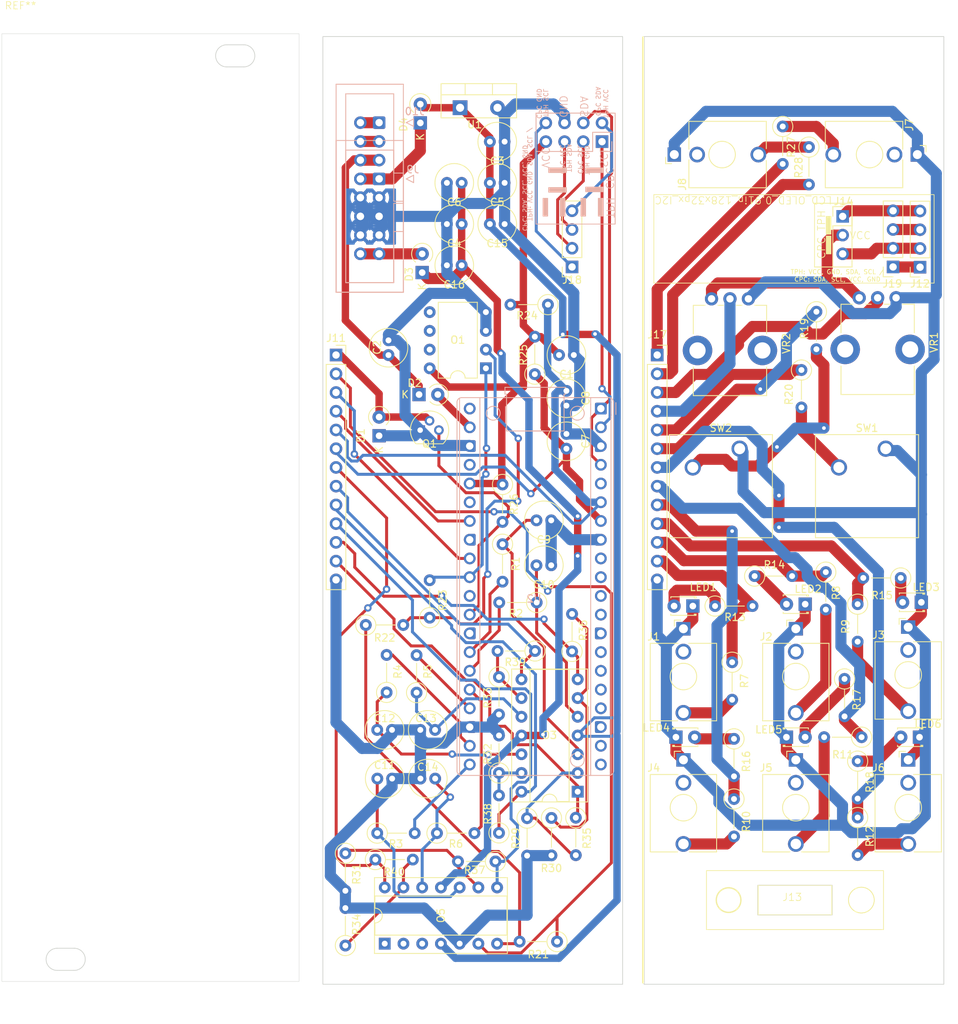
<source format=kicad_pcb>
(kicad_pcb (version 20221018) (generator pcbnew)
  (layers (0 "F.Cu" signal) (31 "B.Cu" signal) (34 "B.Paste" user) (35 "F.Paste" user) (36 "B.SilkS" user "B.Silkscreen") (37 "F.SilkS" user "F.Silkscreen") (38 "B.Mask" user) (39 "F.Mask" user) (44 "Edge.Cuts" user))
  (net 0 "")
  (net 1 "-12V")
  (net 2 "Net-(O3A-+)")
  (net 3 "Net-(O5C-+)")
  (net 4 "Net-(O3D-+)")
  (net 5 "Net-(O3C-+)")
  (net 6 "Net-(O5D-+)")
  (net 7 "Net-(D2-K)")
  (net 8 "Net-(D3-K)")
  (net 9 "Net-(D4-A)")
  (net 10 "Net-(J1-PadT)")
  (net 12 "Net-(J2-PadT)")
  (net 14 "Net-(J3-PadT)")
  (net 16 "Net-(J4-PadT)")
  (net 18 "Net-(J5-PadT)")
  (net 20 "Net-(J6-PadT)")
  (net 22 "Net-(J7-PadT)")
  (net 24 "Net-(J8-PadT)")
  (net 26 "Net-(LED1-A)")
  (net 27 "Net-(LED2-A)")
  (net 28 "Net-(LED3-A)")
  (net 29 "Net-(LED4-A)")
  (net 30 "Net-(LED5-A)")
  (net 31 "Net-(LED6-A)")
  (net 32 "GP26")
  (net 33 "Net-(O1A--)")
  (net 37 "Net-(O3A--)")
  (net 38 "Net-(O3B--)")
  (net 39 "Net-(O3C--)")
  (net 40 "Net-(O3D--)")
  (net 41 "Net-(O5-Pad7)")
  (net 42 "Net-(O5C--)")
  (net 43 "Net-(O5D--)")
  (net 44 "GP22")
  (net 45 "GP21")
  (net 46 "GP20")
  (net 47 "GP16")
  (net 48 "GP17")
  (net 49 "GP18")
  (net 50 "GP19")
  (net 51 "Net-(R19-Pad2)")
  (net 52 "Net-(R20-Pad2)")
  (net 67 "Net-(O3B-+)")
  (net 68 "CJD")
  (net 69 "CK1")
  (net 70 "CK2")
  (net 71 "CJ1")
  (net 72 "CJ2")
  (net 73 "CJ3")
  (net 74 "CJ4")
  (net 75 "CJ5")
  (net 76 "CJ6")
  (net 77 "CJA")
  (net 78 "CS2")
  (net 79 "CS1")
  (net 80 "CPC_GND")
  (net 81 "CPC_VCC")
  (net 82 "TPH VCC {slash} CPC SDA")
  (net 83 "TPH GND {slash} CPC SCL")
  (net 84 "TPH SDA {slash} CPC VCC")
  (net 85 "TPH SCL {slash} CPC GND")
  (net 86 "CPC_SCL")
  (net 87 "CPC_SDA")
  (net 88 "Net-(J10-Pin_1)")
  (net 89 "+5V")
  (net 90 "Net-(J10-Pin_3)")
  (net 91 "~")
  (footprint "Package_DIP:DIP-14_W7.62mm_Socket" (layer "F.Cu") (at 189.790648 123.2168 180)
    (fp_text reference "O3")
    (fp_text value "TL074-1")
  )
  (footprint "Resistor_THT:R_Axial_DIN0207_L6.3mm_D2.5mm_P5.08mm_Vertical" (layer "F.Cu") (at 186.996648 143.5368 180)
    (fp_text reference "R21")
    (fp_text value "22K")
  )
  (footprint "Resistor_THT:R_Axial_DIN0207_L6.3mm_D2.5mm_P5.08mm_Vertical" (layer "F.Cu") (at 210.988 116.0504 -90)
    (fp_text reference "R16")
    (fp_text value "4K7")
  )
  (footprint "Resistor_THT:R_Axial_DIN0207_L6.3mm_D2.5mm_P5.08mm_Vertical" (layer "F.Cu") (at 185.755648 57.1768 180)
    (fp_text reference "R24")
    (fp_text value "10K")
  )
  (footprint "Resistor_THT:R_Axial_DIN0207_L6.3mm_D2.5mm_P5.08mm_Vertical" (layer "F.Cu") (at 170.711648 128.8338)
    (fp_text reference "R6")
    (fp_text value "1K")
  )
  (footprint "Library:OLED_switch_TPH-CPC_VCC+3v" (layer "F.Cu") (at 225.72 45.2134)
    (fp_text reference "J14")
    (fp_text value "Conn_01x03_Pin")
  )
  (footprint "Resistor_THT:R_Axial_DIN0207_L6.3mm_D2.5mm_P5.08mm_Vertical" (layer "F.Cu") (at 225.974 107.9224 -90)
    (fp_text reference "R17")
    (fp_text value "4K7")
  )
  (footprint "Resistor_THT:R_Axial_DIN0207_L6.3mm_D2.5mm_P5.08mm_Vertical" (layer "F.Cu") (at 220.132 66.0414 -90)
    (fp_text reference "R20")
    (fp_text value "1K")
  )
  (footprint "Capacitor_THT:C_Radial_D5.0mm_H11.0mm_P2.00mm" (layer "F.Cu") (at 187.266648 64.0094)
    (fp_text reference "C1")
    (fp_text value "1uF")
  )
  (footprint "Connector_Audio:Jack_3.5mm_QingPu_WQP-PJ398SM_Vertical_CircularHoles" (layer "F.Cu") (at 202.89 36.8314 90)
    (fp_text reference "J8")
    (fp_text value "Analogue Input Jack")
  )
  (footprint "Resistor_THT:R_Axial_DIN0207_L6.3mm_D2.5mm_P5.08mm_Vertical" (layer "F.Cu") (at 186.234648 126.7728 -90)
    (fp_text reference "R30")
    (fp_text value "100K")
  )
  (footprint "Connector_Audio:Jack_3.5mm_QingPu_WQP-PJ398SM_Vertical_CircularHoles" (layer "F.Cu") (at 204.13 118.9034)
    (fp_text reference "J4")
    (fp_text value "Output 4 Jack")
  )
  (footprint "LED_THT:LED_D1.8mm_W3.3mm_H2.4mm" (layer "F.Cu") (at 236.139 115.8254 180)
    (fp_text reference "LED6")
    (fp_text value "LED")
  )
  (footprint "Resistor_THT:R_Axial_DIN0207_L6.3mm_D2.5mm_P5.08mm_Vertical" (layer "F.Cu") (at 179.601648 81.5608 -90)
    (fp_text reference "R26")
    (fp_text value "10K")
  )
  (footprint "Resistor_THT:R_Axial_DIN0207_L6.3mm_D2.5mm_P5.08mm_Vertical" (layer "F.Cu") (at 161.059648 100.6108)
    (fp_text reference "R22")
    (fp_text value "22K")
  )
  (footprint "Resistor_THT:R_Axial_DIN0207_L6.3mm_D2.5mm_P5.08mm_Vertical" (layer "F.Cu") (at 208.419 98.0454)
    (fp_text reference "R13")
    (fp_text value "4K7")
  )
  (footprint "Resistor_THT:R_Axial_DIN0207_L6.3mm_D2.5mm_P5.08mm_Vertical" (layer "F.Cu") (at 158.294648 131.5698 -90)
    (fp_text reference "R31")
    (fp_text value "100K")
  )
  (footprint "Diode_THT:D_A-405_P2.54mm_Vertical_KathodeUp" (layer "F.Cu") (at 168.284648 69.3688)
    (fp_text reference "D2")
    (fp_text value "type=\"D\" model=\"DIODE\" lib=\"\"" hide)
  )
  (footprint "Capacitor_THT:C_Radial_D5.0mm_H11.0mm_P2.00mm" (layer "F.Cu") (at 172.058648 51.8428)
    (fp_text reference "C16")
    (fp_text value "10uF")
  )
  (footprint "Resistor_THT:R_Axial_DIN0207_L6.3mm_D2.5mm_P5.08mm_Vertical" (layer "F.Cu") (at 228.289 115.8254 180)
    (fp_text reference "R11")
    (fp_text value "1K")
  )
  (footprint "Capacitor_THT:C_Radial_D5.0mm_H11.0mm_P2.00mm" (layer "F.Cu") (at 177.884648 35.0788)
    (fp_text reference "C3")
    (fp_text value "100nF")
  )
  (footprint "Resistor_THT:R_Axial_DIN0207_L6.3mm_D2.5mm_P5.08mm_Vertical" (layer "F.Cu") (at 169.724648 99.6238 90)
    (fp_text reference "R23")
    (fp_text value "22K")
  )
  (footprint "Connector_Audio:Jack_3.5mm_QingPu_WQP-PJ398SM_Vertical_CircularHoles" (layer "F.Cu") (at 219.37 101.1234)
    (fp_text reference "J2")
    (fp_text value "Output 2 Jack")
  )
  (footprint "Package_DIP:DIP-8_W7.62mm" (layer "F.Cu") (at 177.344648 65.8128 180)
    (fp_text reference "O1")
    (fp_text value "MCP6002")
  )
  (footprint "Resistor_THT:R_Axial_DIN0207_L6.3mm_D2.5mm_P5.08mm_Vertical" (layer "F.Cu") (at 227.752 119.0694 -90)
    (fp_text reference "R18")
    (fp_text value "4K7")
  )
  (footprint "Resistor_THT:R_Axial_DIN0207_L6.3mm_D2.5mm_P5.08mm_Vertical" (layer "F.Cu") (at 182.932648 126.8018 -90)
    (fp_text reference "R29")
    (fp_text value "100K")
  )
  (footprint "Capacitor_THT:C_Radial_D5.0mm_H11.0mm_P2.00mm" (layer "F.Cu") (at 162.628648 121.4388)
    (fp_text reference "C11")
    (fp_text value "100nF")
  )
  (footprint "Button_Switch_Keyboard:SW_Cherry_MX_1.00u_PCB" (layer "F.Cu") (at 211.75 76.7094)
    (fp_text reference "SW2")
    (fp_text value "SW_Push")
  )
  (footprint "Capacitor_THT:C_Radial_D5.0mm_H11.0mm_P2.00mm" (layer "F.Cu") (at 170.470648 121.4388 180)
    (fp_text reference "C14")
    (fp_text value "100nF")
  )
  (footprint "Diode_THT:D_A-405_P2.54mm_Vertical_KathodeUp" (layer "F.Cu") (at 168.708648 52.8334 90)
    (fp_text reference "D3")
    (fp_text value "type=\"D\" model=\"DIODE\" lib=\"\"")
  )
  (footprint "Resistor_THT:R_Axial_DIN0207_L6.3mm_D2.5mm_P5.08mm_Vertical" (layer "F.Cu") (at 178.643648 132.6728 180)
    (fp_text reference "R37")
    (fp_text value "220K")
  )
  (footprint "Diode_THT:D_A-405_P2.54mm_Vertical_KathodeUp" (layer "F.Cu") (at 162.866648 74.9568 90)
    (fp_text reference "D1")
    (fp_text value "type=\"D\" model=\"DIODE\" lib=\"\"")
  )
  (footprint "Resistor_THT:R_Axial_DIN0207_L6.3mm_D2.5mm_P5.08mm_Vertical" (layer "F.Cu") (at 179.601648 89.6598 -90)
    (fp_text reference "R1")
    (fp_text value "1K")
  )
  (footprint "Resistor_THT:R_Axial_DIN0207_L6.3mm_D2.5mm_P5.08mm_Vertical" (layer "F.Cu") (at 222.164 58.1384 -90)
    (fp_text reference "R19")
    (fp_text value "1K")
  )
  (footprint "Connector_Audio:Jack_3.5mm_QingPu_WQP-PJ398SM_Vertical_CircularHoles" (layer "F.Cu") (at 235.85 36.8314 -90)
    (fp_text reference "J7")
    (fp_text value "Digital Input Jack")
  )
  (footprint "Diode_THT:D_A-405_P2.54mm_Vertical_KathodeUp" (layer "F.Cu") (at 168.454648 32.5388 90)
    (fp_text reference "D4")
    (fp_text value "type=\"D\" model=\"DIODE\" lib=\"\"")
  )
  (footprint "Capacitor_THT:C_Radial_D5.0mm_H11.0mm_P2.00mm" (layer "F.Cu") (at 164.136648 64.0188 90)
    (fp_text reference "C2")
    (fp_text value "1uF")
  )
  (footprint "Connector_Audio:Jack_3.5mm_QingPu_WQP-PJ398SM_Vertical_CircularHoles" (layer "F.Cu") (at 204.13 101.1234)
    (fp_text reference "J1")
    (fp_text value "Output 1 Jack")
  )
  (footprint "Capacitor_THT:C_Radial_D5.0mm_H11.0mm_P2.00mm" (layer "F.Cu") (at 177.884648 40.6668)
    (fp_text reference "C5")
    (fp_text value "100nF")
  )
  (footprint "Library:USBmicroB_panelMount" (layer "F.Cu") (at 219.254648 137.9124)
    (fp_text reference "J13")
    (fp_text value "USB_B_Micro")
    (fp_rect (start -5.08 -2.032) (end 5.08 2.032) (stroke (width 0.05)) (fill none) (layer "Edge.Cuts"))
  )
  (footprint "Resistor_THT:R_Axial_DIN0207_L6.3mm_D2.5mm_P5.08mm_Vertical" (layer "F.Cu") (at 167.946648 109.7838 90)
    (fp_text reference "R5")
    (fp_text value "1K")
  )
  (footprint "Connector_PinSocket_2.54mm:PinSocket_1x13_P2.54mm_Vertical" (layer "F.Cu") (at 157.024648 64.0094)
    (fp_text reference "J11")
    (fp_text value "Conn_01x13_Socket")
  )
  (footprint "Connector_PinSocket_2.54mm:PinSocket_1x04_P2.54mm_Vertical" (layer "F.Cu") (at 232.553 52.0714 180)
    (fp_text reference "J19")
    (fp_text value "Conn_01x04_Socket")
  )
  (footprint "LED_THT:LED_D1.8mm_W3.3mm_H2.4mm" (layer "F.Cu") (at 218.095 115.8254)
    (fp_text reference "LED5")
    (fp_text value "LED")
  )
  (footprint "Capacitor_THT:C_Radial_D5.0mm_H11.0mm_P2.00mm" (layer "F.Cu") (at 162.612648 114.8348)
    (fp_text reference "C12")
    (fp_text value "100nF")
  )
  (footprint "Connector_Audio:Jack_3.5mm_QingPu_WQP-PJ398SM_Vertical_CircularHoles" (layer "F.Cu") (at 234.61 100.9014)
    (fp_text reference "J3")
    (fp_text value "Output 3 Jack")
  )
  (footprint "Connector_PinSocket_2.54mm:PinSocket_1x13_P2.54mm_Vertical" (layer "F.Cu") (at 200.574 64.0094)
    (fp_text reference "J17")
    (fp_text value "Conn_01x13_Pin")
  )
  (footprint "Resistor_THT:R_Axial_DIN0207_L6.3mm_D2.5mm_P5.08mm_Vertical" (layer "F.Cu") (at 179.122648 120.6768 90)
    (fp_text reference "R32")
    (fp_text value "100K")
  )
  (footprint "Resistor_THT:R_Axial_DIN0207_L6.3mm_D2.5mm_P5.08mm_Vertical" (layer "F.Cu") (at 223.434 93.4444 -90)
    (fp_text reference "R8")
    (fp_text value "1K")
  )
  (footprint "Resistor_THT:R_Axial_DIN0207_L6.3mm_D2.5mm_P5.08mm_Vertical" (layer "F.Cu") (at 221.148 35.8154 -90)
    (fp_text reference "R28")
    (fp_text value "100K")
  )
  (footprint "Resistor_THT:R_Axial_DIN0207_L6.3mm_D2.5mm_P5.08mm_Vertical" (layer "F.Cu") (at 210.988 124.2074 -90)
    (fp_text reference "R10")
    (fp_text value "1K")
  )
  (footprint "Package_DIP:DIP-14_W7.62mm_Socket" (layer "F.Cu") (at 163.628648 143.8198 90)
    (fp_text reference "O5")
    (fp_text value "TL074-2")
  )
  (footprint "Resistor_THT:R_Axial_DIN0207_L6.3mm_D2.5mm_P5.08mm_Vertical" (layer "F.Cu") (at 184.231648 97.5628 180)
    (fp_text reference "R2")
    (fp_text value "1K")
  )
  (footprint "Capacitor_THT:C_Radial_D5.0mm_H11.0mm_P2.00mm" (layer "F.Cu") (at 172.058648 46.2548)
    (fp_text reference "C4")
    (fp_text value "100nF")
  )
  (footprint "Library:PCB-eurorack-front-128.5x40.3" (layer "F.Cu") (at 111.7135 20.4445)
    (fp_text reference "REF**")
    (fp_text value "PCB-eurorack-front-128.5x40.3")
    (fp_line (start 9.81 124) (end 7.5 124) (stroke (width 0.1)) (layer "Edge.Cuts"))
    (fp_line (start 9.81 127) (end 7.5 127) (stroke (width 0.1)) (layer "Edge.Cuts"))
    (fp_line (start 30.49 1.5) (end 32.8 1.5) (stroke (width 0.1)) (layer "Edge.Cuts"))
    (fp_line (start 30.49 4.5) (end 32.8 4.5) (stroke (width 0.1)) (layer "Edge.Cuts"))
    (fp_rect (start 0 0) (end 40.3 128.5) (stroke (width 0.05)) (fill none) (layer "Edge.Cuts"))
    (fp_arc (start 7.5 127) (mid 6 125.5) (end 7.5 124) (stroke (width 0.1)) (layer "Edge.Cuts"))
    (fp_arc (start 9.81 124) (mid 11.31 125.5) (end 9.81 127) (stroke (width 0.1)) (layer "Edge.Cuts"))
    (fp_arc (start 30.49 4.5) (mid 28.99 3) (end 30.49 1.5) (stroke (width 0.1)) (layer "Edge.Cuts"))
    (fp_arc (start 32.8 1.5) (mid 34.3 3) (end 32.8 4.5) (stroke (width 0.1)) (layer "Edge.Cuts"))
  )
  (footprint "Connector_PinSocket_2.54mm:PinSocket_1x04_P2.54mm_Vertical" (layer "F.Cu") (at 189.028648 52.0714 180)
    (fp_text reference "J18")
    (fp_text value "Conn_01x04_Pin")
  )
  (footprint "Package_TO_SOT_THT:TO-92" (layer "F.Cu") (at 168.434648 74.1948)
    (fp_text reference "Q1")
    (fp_text value "2N2222")
  )
  (footprint "Button_Switch_Keyboard:SW_Cherry_MX_1.00u_PCB" (layer "F.Cu") (at 231.562 76.7094)
    (fp_text reference "SW1")
    (fp_text value "SW_Push")
  )
  (footprint "Resistor_THT:R_Axial_DIN0207_L6.3mm_D2.5mm_P5.08mm_Vertical" (layer "F.Cu") (at 217.592 33.0214 -90)
    (fp_text reference "R27")
    (fp_text value "100K")
  )
  (footprint "Connector_Audio:Jack_3.5mm_QingPu_WQP-PJ398SM_Vertical_CircularHoles" (layer "F.Cu") (at 219.37 118.9034)
    (fp_text reference "J5")
    (fp_text value "Output 5 Jack")
  )
  (footprint "Resistor_THT:R_Axial_DIN0207_L6.3mm_D2.5mm_P5.08mm_Vertical" (layer "F.Cu") (at 189.028648 104.1958 90)
    (fp_text reference "R36")
    (fp_text value "220K")
  )
  (footprint "Resistor_THT:R_Axial_DIN0207_L6.3mm_D2.5mm_P5.08mm_Vertical" (layer "F.Cu") (at 183.977648 66.6038 90)
    (fp_text reference "R25")
    (fp_text value "10K")
  )
  (footprint "Capacitor_THT:C_Radial_D5.0mm_H11.0mm_P2.00mm" (layer "F.Cu") (at 184.202648 92.520101)
    (fp_text reference "C10")
    (fp_text value "100nF")
  )
  (footprint "Resistor_THT:R_Axial_DIN0207_L6.3mm_D2.5mm_P5.08mm_Vertical" (layer "F.Cu") (at 227.752 97.7914 -90)
    (fp_text reference "R9")
    (fp_text value "1K")
  )
  (footprint "Capacitor_THT:C_Radial_D5.0mm_H11.0mm_P2.00mm" (layer "F.Cu") (at 170.454648 114.8348 180)
    (fp_text reference "C13")
    (fp_text value "100nF")
  )
  (footprint "Resistor_THT:R_Axial_DIN0207_L6.3mm_D2.5mm_P5.08mm_Vertical" (layer "F.Cu") (at 210.734 105.6654 -90)
    (fp_text reference "R7")
    (fp_text value "1K")
  )
  (footprint "Capacitor_THT:C_Radial_D5.0mm_H11.0mm_P2.00mm" (layer "F.Cu") (at 188.266648 76.7094 90)
    (fp_text reference "C7")
    (fp_text value "100nF")
  )
  (footprint "Resistor_THT:R_Axial_DIN0207_L6.3mm_D2.5mm_P5.08mm_Vertical" (layer "F.Cu") (at 158.294648 144.0738 90)
    (fp_text reference "R34")
    (fp_text value "100K")
  )
  (footprint "Potentiometer_THT:Potentiometer_Bourns_PTV09A-1_Single_Vertical" (layer "F.Cu") (at 227.964 56.2474 -90)
    (fp_text reference "VR1")
    (fp_text value "KNOB 1")
  )
  (footprint "Capacitor_THT:C_Radial_D5.0mm_H11.0mm_P2.00mm" (layer "F.Cu") (at 177.884648 46.2548)
    (fp_text reference "C15")
    (fp_text value "10uF")
  )
  (footprint "LED_THT:LED_D1.8mm_W3.3mm_H2.4mm" (layer "F.Cu") (at 220.64 97.7914 180)
    (fp_text reference "LED2")
    (fp_text value "LED")
  )
  (footprint "Potentiometer_THT:Potentiometer_Bourns_PTV09A-1_Single_Vertical" (layer "F.Cu") (at 207.94 56.3894 -90)
    (fp_text reference "VR2")
    (fp_text value "KNOB 2")
  )
  (footprint "Resistor_THT:R_Axial_DIN0207_L6.3mm_D2.5mm_P5.08mm_Vertical" (layer "F.Cu") (at 162.612648 128.8338)
    (fp_text reference "R3")
    (fp_text value "1K")
  )
  (footprint "Resistor_THT:R_Axial_DIN0207_L6.3mm_D2.5mm_P5.08mm_Vertical" (layer "F.Cu") (at 163.882648 109.7548 90)
    (fp_text reference "R4")
    (fp_text value "1K")
  )
  (footprint "Resistor_THT:R_Axial_DIN0207_L6.3mm_D2.5mm_P5.08mm_Vertical" (layer "F.Cu") (at 184.006648 104.1378 180)
    (fp_text reference "R39")
    (fp_text value "220K")
  )
  (footprint "LED_THT:LED_D1.8mm_W3.3mm_H2.4mm" (layer "F.Cu") (at 203.114 115.8254)
    (fp_text reference "LED4")
    (fp_text value "LED")
  )
  (footprint "Library:LCD_OLED_0.91in_128x32px_I2C" (layer "F.Cu") (at 236.211 52.1024 180)
    (fp_text reference "J12")
    (fp_text value "OLED 64x128")
  )
  (footprint "Capacitor_THT:C_Radial_D5.0mm_H11.0mm_P2.00mm" (layer "F.Cu") (at 184.202648 86.424101)
    (fp_text reference "C9")
    (fp_text value "100nF")
  )
  (footprint "Resistor_THT:R_Axial_DIN0207_L6.3mm_D2.5mm_P5.08mm_Vertical" (layer "F.Cu") (at 162.358648 132.4188)
    (fp_text reference "R40")
    (fp_text value "220K")
  )
  (footprint "Connector_Audio:Jack_3.5mm_QingPu_WQP-PJ398SM_Vertical_CircularHoles" (layer "F.Cu") (at 234.61 118.9034)
    (fp_text reference "J6")
    (fp_text value "Output 6 Jack")
  )
  (footprint "LED_THT:LED_D1.8mm_W3.3mm_H2.4mm" (layer "F.Cu") (at 236.388 97.5374 180)
    (fp_text reference "LED3")
    (fp_text value "LED")
  )
  (footprint "Resistor_THT:R_Axial_DIN0207_L6.3mm_D2.5mm_P5.08mm_Vertical" (layer "F.Cu") (at 227.752 126.7184 -90)
    (fp_text reference "R12")
    (fp_text value "1K")
  )
  (footprint "Resistor_THT:R_Axial_DIN0207_L6.3mm_D2.5mm_P5.08mm_Vertical" (layer "F.Cu") (at 179.122648 128.8048 90)
    (fp_text reference "R38")
    (fp_text value "220K")
  )
  (footprint "Resistor_THT:R_Axial_DIN0207_L6.3mm_D2.5mm_P5.08mm_Vertical" (layer "F.Cu") (at 189.536648 126.7438 -90)
    (fp_text reference "R35")
    (fp_text value "220K")
  )
  (footprint "Resistor_THT:R_Axial_DIN0207_L6.3mm_D2.5mm_P5.08mm_Vertical" (layer "F.Cu") (at 213.782 93.9814)
    (fp_text reference "R14")
    (fp_text value "4K7")
  )
  (footprint "Capacitor_THT:C_Radial_D5.0mm_H11.0mm_P2.00mm" (layer "F.Cu") (at 188.266648 68.8674 -90)
    (fp_text reference "C8")
    (fp_text value "100nF")
  )
  (footprint "LED_THT:LED_D1.8mm_W3.3mm_H2.4mm" (layer "F.Cu") (at 205.405 98.0454 180)
    (fp_text reference "LED1")
    (fp_text value "LED")
  )
  (footprint "Package_TO_SOT_THT:TO-220-2_Vertical" (layer "F.Cu") (at 173.844648 30.4814)
    (fp_text reference "U1")
    (fp_text value "L7805")
  )
  (footprint "Resistor_THT:R_Axial_DIN0207_L6.3mm_D2.5mm_P5.08mm_Vertical" (layer "F.Cu") (at 233.594 94.2354 180)
    (fp_text reference "R15")
    (fp_text value "4K7")
  )
  (footprint "Capacitor_THT:C_Radial_D5.0mm_H11.0mm_P2.00mm" (layer "F.Cu") (at 172.058648 40.6668)
    (fp_text reference "C6")
    (fp_text value "100nF")
  )
  (footprint "Resistor_THT:R_Axial_DIN0207_L6.3mm_D2.5mm_P5.08mm_Vertical" (layer "F.Cu") (at 179.122648 107.6648 -90)
    (fp_text reference "R33")
    (fp_text value "100K")
  )
  (footprint "Library:OLED_switch_TPH-CPC" (layer "B.Cu") (at 193.092648 35.0788 90)
    (fp_text reference "J16" hide)
    (fp_text value "Conn_02x04_Top_Bottom")
  )
  (footprint "Library:RaspberryPi_Pico_Common_THT-minimal_courtyard_assumed_mounted_high" (layer "B.Cu") (at 184.042648 95.4008 180)
    (fp_text reference "U2")
    (fp_text value "PICO_RP2040")
  )
  (footprint "Connector_IDC:IDC-Header_2x08_P2.54mm_Vertical" (layer "B.Cu") (at 162.866648 32.5024 180)
    (fp_text reference "J10")
    (fp_text value "Eurorack Power 2x8 16p")
  )
  (footprint "Connector_IDC:IDC-Header_2x05_P2.54mm_Vertical" (layer "B.Cu") (at 162.866648 40.1334 180)
    (fp_text reference "J9")
    (fp_text value "Eurorack Power 2x5 10p")
  )
  (gr_line (start 198.680648 20.9454) (end 198.680648 149.0884) (stroke (width 0.3)) (layer "F.SilkS"))
  (gr_rect (start 198.796 20.8294) (end 239.436 149.328) (stroke (width 0.1)) (fill none) (layer "Edge.Cuts"))
  (gr_rect (start 155.246648 20.8294) (end 195.886648 149.328) (stroke (width 0.1)) (fill none) (layer "Edge.Cuts"))
  (segment (start 182.170648 115.5968) (end 184.96126 115.5968) (width 1) (layer "F.Cu") (net 1))
  (segment (start 174.058648 46.2548) (end 174.058648 51.0808) (width 1) (layer "F.Cu") (net 1))
  (segment (start 184.96126 115.5968) (end 185.091025 115.467035) (width 1) (layer "F.Cu") (net 1))
  (segment (start 189.790648 85.8534) (end 189.790648 91.235577) (width 1) (layer "F.Cu") (net 1))
  (segment (start 169.518048 53.6428) (end 172.979248 53.6428) (width 1.5) (layer "F.Cu") (net 1))
  (segment (start 168.708648 52.8334) (end 169.518048 53.6428) (width 1.5) (layer "F.Cu") (net 1))
  (segment (start 174.058648 51.0808) (end 174.058648 52.034832) (width 1) (layer "F.Cu") (net 1))
  (segment (start 174.058648 52.5634) (end 174.058648 51.8428) (width 1.5) (layer "F.Cu") (net 1))
  (segment (start 174.104648 51.6508) (end 174.296648 51.8428) (width 0.5) (layer "F.Cu") (net 1))
  (segment (start 174.058648 51.0808) (end 174.058648 51.8428) (width 1) (layer "F.Cu") (net 1))
  (segment (start 174.058648 51.6508) (end 174.104648 51.6508) (width 0.5) (layer "F.Cu") (net 1))
  (segment (start 178.894648 56.6788) (end 178.894648 63.2988) (width 1) (layer "F.Cu") (net 1))
  (segment (start 178.894648 63.2988) (end 179.376648 63.7808) (width 1) (layer "F.Cu") (net 1))
  (segment (start 172.979248 53.6428) (end 174.058648 52.5634) (width 1.5) (layer "F.Cu") (net 1))
  (segment (start 174.058648 40.6668) (end 174.058648 46.2548) (width 1) (layer "F.Cu") (net 1))
  (segment (start 174.058648 51.8428) (end 178.894648 56.6788) (width 1) (layer "F.Cu") (net 1))
  (via (at 179.376648 63.7808) (size 1) (drill 0.5) (layers "F.Cu" "B.Cu") (net 1))
  (via (at 185.091025 115.467035) (size 1) (drill 0.5) (layers "F.Cu" "B.Cu") (net 1))
  (via (at 189.790648 91.235577) (size 1) (drill 0.5) (layers "F.Cu" "B.Cu") (net 1))
  (via (at 189.790648 85.8534) (size 1) (drill 0.5) (layers "F.Cu" "B.Cu") (net 1))
  (segment (start 178.480616 119.1268) (end 177.572648 120.034768) (width 1) (layer "B.Cu") (net 1))
  (segment (start 179.544648 63.9488) (end 179.544648 66.4634) (width 1) (layer "B.Cu") (net 1))
  (segment (start 187.250648 111.072903) (end 185.091025 113.232526) (width 1) (layer "B.Cu") (net 1))
  (segment (start 177.572648 131.0914) (end 177.223148 131.4409) (width 1) (layer "B.Cu") (net 1))
  (segment (start 174.441248 134.2228) (end 177.223148 131.4409) (width 1) (layer "B.Cu") (net 1))
  (segment (start 189.790648 91.235577) (end 189.790648 93.209167) (width 1) (layer "B.Cu") (net 1))
  (segment (start 177.572648 120.034768) (end 177.572648 131.0914) (width 1) (layer "B.Cu") (net 1))
  (segment (start 183.186648 70.1054) (end 183.186648 79.2494) (width 1) (layer "B.Cu") (net 1))
  (segment (start 183.186648 79.2494) (end 189.790648 85.8534) (width 1) (layer "B.Cu") (net 1))
  (segment (start 179.544648 66.4634) (end 183.186648 70.1054) (width 1) (layer "B.Cu") (net 1))
  (segment (start 187.250648 95.749167) (end 187.250648 111.072903) (width 1) (layer "B.Cu") (net 1))
  (segment (start 179.376648 63.7808) (end 179.544648 63.9488) (width 1) (layer "B.Cu") (net 1))
  (segment (start 182.170648 115.5968) (end 178.640648 119.1268) (width 1) (layer "B.Cu") (net 1))
  (segment (start 173.225648 134.2228) (end 174.441248 134.2228) (width 1) (layer "B.Cu") (net 1))
  (segment (start 178.640648 119.1268) (end 178.480616 119.1268) (width 1) (layer "B.Cu") (net 1))
  (segment (start 189.790648 93.209167) (end 187.250648 95.749167) (width 1) (layer "B.Cu") (net 1))
  (segment (start 171.248648 136.1998) (end 173.225648 134.2228) (width 1) (layer "B.Cu") (net 1))
  (segment (start 185.091025 113.232526) (end 185.091025 115.467035) (width 1) (layer "B.Cu") (net 1))
  (segment (start 189.790648 117.364567) (end 185.256648 112.830567) (width 0.4) (layer "F.Cu") (net 2))
  (segment (start 182.837347 86.424101) (end 179.601648 89.6598) (width 0.4) (layer "F.Cu") (net 2))
  (segment (start 184.202648 86.424101) (end 182.837347 86.424101) (width 0.4) (layer "F.Cu") (net 2))
  (segment (start 180.900648 90.9588) (end 179.601648 89.6598) (width 0.4) (layer "F.Cu") (net 2))
  (segment (start 180.900648 99.264032) (end 180.900648 90.9588) (width 0.4) (layer "F.Cu") (net 2))
  (segment (start 185.256648 103.620032) (end 180.900648 99.264032) (width 0.4) (layer "F.Cu") (net 2))
  (segment (start 189.790648 118.1368) (end 189.790648 117.364567) (width 0.4) (layer "F.Cu") (net 2))
  (segment (start 185.256648 112.830567) (end 185.256648 103.620032) (width 0.4) (layer "F.Cu") (net 2))
  (segment (start 162.612648 121.4548) (end 162.628648 121.4388) (width 0.4) (layer "F.Cu") (net 3))
  (segment (start 162.612648 128.8338) (end 162.612648 121.4548) (width 0.4) (layer "F.Cu") (net 3))
  (segment (start 164.878648 136.677567) (end 165.650881 137.4498) (width 0.4) (layer "B.Cu") (net 3))
  (segment (start 172.538648 137.4498) (end 173.788648 136.1998) (width 0.4) (layer "B.Cu") (net 3))
  (segment (start 162.612648 128.8338) (end 164.878648 131.0998) (width 0.4) (layer "B.Cu") (net 3))
  (segment (start 164.878648 131.0998) (end 164.878648 136.677567) (width 0.4) (layer "B.Cu") (net 3))
  (segment (start 165.650881 137.4498) (end 172.538648 137.4498) (width 0.4) (layer "B.Cu") (net 3))
  (segment (start 165.889248 118.1114) (end 172.77264 118.1114) (width 0.4) (layer "F.Cu") (net 4))
  (segment (start 177.706608 118.1368) (end 177.656233 118.187175) (width 0.4) (layer "F.Cu") (net 4))
  (segment (start 162.612648 114.8348) (end 162.612648 111.0248) (width 0.4) (layer "F.Cu") (net 4))
  (segment (start 162.612648 111.0248) (end 163.882648 109.7548) (width 0.4) (layer "F.Cu") (net 4))
  (segment (start 182.170648 118.1368) (end 177.706608 118.1368) (width 0.4) (layer "F.Cu") (net 4))
  (segment (start 162.612648 114.8348) (end 165.889248 118.1114) (width 0.4) (layer "F.Cu") (net 4))
  (via (at 177.656233 118.187175) (size 1) (drill 0.5) (layers "F.Cu" "B.Cu") (net 4))
  (via (at 172.77264 118.1114) (size 1) (drill 0.5) (layers "F.Cu" "B.Cu") (net 4))
  (segment (start 177.602608 118.2408) (end 177.656233 118.187175) (width 0.4) (layer "B.Cu") (net 4))
  (segment (start 172.90204 118.2408) (end 177.602608 118.2408) (width 0.4) (layer "B.Cu") (net 4))
  (segment (start 172.77264 118.1114) (end 172.90204 118.2408) (width 0.4) (layer "B.Cu") (net 4))
  (segment (start 167.946648 109.7838) (end 167.946648 112.3268) (width 0.4) (layer "B.Cu") (net 5))
  (segment (start 167.946648 112.3268) (end 170.454648 114.8348) (width 0.4) (layer "B.Cu") (net 5))
  (segment (start 174.668648 110.6208) (end 179.734648 110.6208) (width 0.4) (layer "B.Cu") (net 5))
  (segment (start 179.734648 110.6208) (end 182.170648 113.0568) (width 0.4) (layer "B.Cu") (net 5))
  (segment (start 170.454648 114.8348) (end 174.668648 110.6208) (width 0.4) (layer "B.Cu") (net 5))
  (segment (start 170.470648 121.9054) (end 172.518648 123.9534) (width 0.4) (layer "F.Cu") (net 6))
  (segment (start 170.470648 121.4388) (end 170.470648 121.9054) (width 0.4) (layer "F.Cu") (net 6))
  (via (at 172.518648 123.9534) (size 1) (drill 0.5) (layers "F.Cu" "B.Cu") (net 6))
  (segment (start 168.708648 136.1998) (end 168.708648 131.0908) (width 0.4) (layer "B.Cu") (net 6))
  (segment (start 168.708648 131.0908) (end 170.711648 129.0878) (width 0.4) (layer "B.Cu") (net 6))
  (segment (start 170.711648 125.7604) (end 172.518648 123.9534) (width 0.4) (layer "B.Cu") (net 6))
  (segment (start 170.711648 129.0878) (end 170.711648 125.7604) (width 0.4) (layer "B.Cu") (net 6))
  (segment (start 170.824648 69.3688) (end 170.824648 69.4828) (width 1) (layer "F.Cu") (net 7))
  (segment (start 170.824648 69.4828) (end 175.152648 73.8108) (width 1) (layer "F.Cu") (net 7))
  (segment (start 168.708648 50.2934) (end 160.390957 50.2934) (width 1.5) (layer "F.Cu") (net 8))
  (segment (start 168.454648 36.3234) (end 164.644648 40.1334) (width 1.5) (layer "F.Cu") (net 9))
  (segment (start 160.390957 40.1334) (end 162.930957 40.1334) (width 1.5) (layer "F.Cu") (net 9))
  (segment (start 164.644648 40.1334) (end 162.930957 40.1334) (width 1.5) (layer "F.Cu") (net 9))
  (segment (start 168.454648 32.5388) (end 168.454648 36.3234) (width 1.5) (layer "F.Cu") (net 9))
  (segment (start 208.956 112.5234) (end 204.13 112.5234) (width 1.5) (layer "F.Cu") (net 10))
  (segment (start 210.734 110.7454) (end 208.956 112.5234) (width 1.5) (layer "F.Cu") (net 10))
  (segment (start 223.434 98.5244) (end 223.434 108.4594) (width 1.5) (layer "F.Cu") (net 12))
  (segment (start 223.434 108.4594) (end 219.37 112.5234) (width 1.5) (layer "F.Cu") (net 12))
  (segment (start 227.752 105.4434) (end 234.61 112.3014) (width 1.5) (layer "F.Cu") (net 14))
  (segment (start 227.752 102.8714) (end 227.752 105.4434) (width 1.5) (layer "F.Cu") (net 14))
  (segment (start 210.988 129.2874) (end 209.972 130.3034) (width 1.5) (layer "F.Cu") (net 16))
  (segment (start 209.972 130.3034) (end 204.13 130.3034) (width 1.5) (layer "F.Cu") (net 16))
  (segment (start 223.209 115.8254) (end 223.209 126.4644) (width 1.5) (layer "F.Cu") (net 18))
  (segment (start 223.209 126.4644) (end 219.37 130.3034) (width 1.5) (layer "F.Cu") (net 18))
  (segment (start 228.993 130.5574) (end 229.53 130.5574) (width 1.5) (layer "F.Cu") (net 20))
  (segment (start 227.752 131.7984) (end 228.993 130.5574) (width 1.5) (layer "F.Cu") (net 20))
  (segment (start 229.53 130.5574) (end 229.784 130.3034) (width 1.5) (layer "F.Cu") (net 20))
  (segment (start 229.784 130.3034) (end 234.61 130.3034) (width 1.5) (layer "F.Cu") (net 20))
  (segment (start 224.45 36.8314) (end 224.45 35.325263) (width 1.5) (layer "F.Cu") (net 22))
  (segment (start 222.146137 33.0214) (end 217.592 33.0214) (width 1.5) (layer "F.Cu") (net 22))
  (segment (start 224.45 35.325263) (end 222.146137 33.0214) (width 1.5) (layer "F.Cu") (net 22))
  (segment (start 221.148 35.8154) (end 215.306 35.8154) (width 1.5) (layer "F.Cu") (net 24))
  (segment (start 215.306 35.8154) (end 214.29 36.8314) (width 1.5) (layer "F.Cu") (net 24))
  (segment (start 207.555 95.8954) (end 203.255 95.8954) (width 1.5) (layer "F.Cu") (net 26))
  (segment (start 208.419 98.0454) (end 208.419 96.7594) (width 1.5) (layer "F.Cu") (net 26))
  (segment (start 208.419 96.7594) (end 207.555 95.8954) (width 1.5) (layer "F.Cu") (net 26))
  (segment (start 202.865 96.2854) (end 202.865 98.0454) (width 1.5) (layer "F.Cu") (net 26))
  (segment (start 203.255 95.8954) (end 202.865 96.2854) (width 1.5) (layer "F.Cu") (net 26))
  (segment (start 213.782 93.9814) (end 214.29 93.9814) (width 1.5) (layer "F.Cu") (net 27))
  (segment (start 214.29 93.9814) (end 218.1 97.7914) (width 1.5) (layer "F.Cu") (net 27))
  (segment (start 233.594 97.2834) (end 233.848 97.5374) (width 1.5) (layer "F.Cu") (net 28))
  (segment (start 233.594 94.2354) (end 233.594 97.2834) (width 1.5) (layer "F.Cu") (net 28))
  (segment (start 205.879 116.0504) (end 205.654 115.8254) (width 1.5) (layer "F.Cu") (net 29))
  (segment (start 210.988 116.0504) (end 205.879 116.0504) (width 1.5) (layer "F.Cu") (net 29))
  (segment (start 220.635 114.532305) (end 225.974 109.193305) (width 1.5) (layer "F.Cu") (net 30))
  (segment (start 220.635 115.8254) (end 220.635 114.532305) (width 1.5) (layer "F.Cu") (net 30))
  (segment (start 225.974 109.193305) (end 225.974 107.9224) (width 1.5) (layer "F.Cu") (net 30))
  (segment (start 233.599 115.8254) (end 230.355 119.0694) (width 1.5) (layer "F.Cu") (net 31))
  (segment (start 230.355 119.0694) (end 227.752 119.0694) (width 1.5) (layer "F.Cu") (net 31))
  (segment (start 177.344648 76.744124) (end 177.43291 76.655862) (width 0.4) (layer "F.Cu") (net 32))
  (segment (start 177.344648 80.1493) (end 177.344648 76.744124) (width 0.4) (layer "F.Cu") (net 32))
  (via (at 177.344648 80.1493) (size 1) (drill 0.5) (layers "F.Cu" "B.Cu") (net 32))
  (via (at 177.43291 76.655862) (size 1) (drill 0.5) (layers "F.Cu" "B.Cu") (net 32))
  (segment (start 177.344648 76.5676) (end 177.43291 76.655862) (width 0.4) (layer "B.Cu") (net 32))
  (segment (start 176.845229 92.438219) (end 175.152648 94.1308) (width 0.4) (layer "B.Cu") (net 32))
  (segment (start 177.344648 65.8128) (end 177.344648 76.5676) (width 0.4) (layer "B.Cu") (net 32))
  (segment (start 176.845229 80.648719) (end 176.845229 92.438219) (width 0.4) (layer "B.Cu") (net 32))
  (segment (start 175.152648 94.1308) (end 170.137648 94.1308) (width 0.4) (layer "B.Cu") (net 32))
  (segment (start 170.137648 94.1308) (end 169.724648 94.5438) (width 0.4) (layer "B.Cu") (net 32))
  (segment (start 177.344648 80.1493) (end 176.845229 80.648719) (width 0.4) (layer "B.Cu") (net 32))
  (segment (start 177.052648 99.0994) (end 175.691248 100.4608) (width 0.4) (layer "F.Cu") (net 33))
  (segment (start 172.971881 99.6238) (end 169.724648 99.6238) (width 0.4) (layer "F.Cu") (net 33))
  (segment (start 167.126648 99.6238) (end 166.139648 100.6108) (width 0.4) (layer "F.Cu") (net 33))
  (segment (start 181.730794 83.753254) (end 181.662648 83.8214) (width 0.4) (layer "F.Cu") (net 33))
  (segment (start 169.724648 99.6238) (end 167.126648 99.6238) (width 0.4) (layer "F.Cu") (net 33))
  (segment (start 177.052648 94.2734) (end 177.052648 99.0994) (width 0.4) (layer "F.Cu") (net 33))
  (segment (start 181.730794 75.313667) (end 181.730794 83.753254) (width 0.4) (layer "F.Cu") (net 33))
  (segment (start 177.598648 93.7274) (end 177.052648 94.2734) (width 0.4) (layer "F.Cu") (net 33))
  (segment (start 173.808881 100.4608) (end 172.971881 99.6238) (width 0.4) (layer "F.Cu") (net 33))
  (segment (start 175.691248 100.4608) (end 173.808881 100.4608) (width 0.4) (layer "F.Cu") (net 33))
  (via (at 177.598648 93.7274) (size 1) (drill 0.5) (layers "F.Cu" "B.Cu") (net 33))
  (via (at 181.730794 75.313667) (size 1) (drill 0.5) (layers "F.Cu" "B.Cu") (net 33))
  (via (at 181.662648 83.8214) (size 1) (drill 0.5) (layers "F.Cu" "B.Cu") (net 33))
  (segment (start 178.594648 72.177521) (end 181.730794 75.313667) (width 0.4) (layer "B.Cu") (net 33))
  (segment (start 177.598648 93.7274) (end 177.495229 93.623981) (width 0.4) (layer "B.Cu") (net 33))
  (segment (start 177.495229 84.867298) (end 178.541127 83.8214) (width 0.4) (layer "B.Cu") (net 33))
  (segment (start 178.594648 64.5228) (end 178.594648 72.177521) (width 0.4) (layer "B.Cu") (net 33))
  (segment (start 178.541127 83.8214) (end 181.662648 83.8214) (width 0.4) (layer "B.Cu") (net 33))
  (segment (start 177.495229 93.623981) (end 177.495229 84.867298) (width 0.4) (layer "B.Cu") (net 33))
  (segment (start 177.344648 63.2728) (end 178.594648 64.5228) (width 0.4) (layer "B.Cu") (net 33))
  (segment (start 182.932648 126.8018) (end 184.064018 126.8018) (width 0.4) (layer "F.Cu") (net 37))
  (segment (start 189.086018 131.8238) (end 189.536648 131.8238) (width 0.4) (layer "F.Cu") (net 37))
  (segment (start 184.064018 126.8018) (end 189.086018 131.8238) (width 0.4) (layer "F.Cu") (net 37))
  (segment (start 182.932648 125.4774) (end 182.932648 126.8018) (width 0.4) (layer "B.Cu") (net 37))
  (segment (start 189.790648 120.6768) (end 187.733248 120.6768) (width 0.4) (layer "B.Cu") (net 37))
  (segment (start 187.733248 120.6768) (end 182.932648 125.4774) (width 0.4) (layer "B.Cu") (net 37))
  (segment (start 191.040648 101.1278) (end 191.040648 109.2668) (width 0.4) (layer "F.Cu") (net 38))
  (segment (start 191.040648 127.007567) (end 190.030815 128.0174) (width 0.4) (layer "F.Cu") (net 38))
  (segment (start 187.479248 128.0174) (end 186.234648 126.7728) (width 0.4) (layer "F.Cu") (net 38))
  (segment (start 191.040648 111.7668) (end 191.040648 127.007567) (width 0.4) (layer "F.Cu") (net 38))
  (segment (start 191.040648 109.2668) (end 189.790648 110.5168) (width 0.4) (layer "F.Cu") (net 38))
  (segment (start 189.028648 99.1158) (end 191.040648 101.1278) (width 0.4) (layer "F.Cu") (net 38))
  (segment (start 190.030815 128.0174) (end 187.479248 128.0174) (width 0.4) (layer "F.Cu") (net 38))
  (segment (start 189.790648 110.5168) (end 191.040648 111.7668) (width 0.4) (layer "F.Cu") (net 38))
  (segment (start 181.974648 110.5168) (end 182.170648 110.5168) (width 0.4) (layer "F.Cu") (net 39))
  (segment (start 178.926648 104.1378) (end 178.926648 107.4688) (width 0.4) (layer "F.Cu") (net 39))
  (segment (start 178.926648 107.4688) (end 181.974648 110.5168) (width 0.4) (layer "F.Cu") (net 39))
  (segment (start 182.170648 120.6768) (end 179.122648 120.6768) (width 0.4) (layer "B.Cu") (net 40))
  (segment (start 179.122648 120.6768) (end 179.122648 123.7248) (width 0.4) (layer "B.Cu") (net 40))
  (segment (start 176.509145 131.3194) (end 179.058015 131.3194) (width 0.4) (layer "F.Cu") (net 41))
  (segment (start 178.868648 143.8198) (end 181.633648 143.8198) (width 0.4) (layer "F.Cu") (net 41))
  (segment (start 181.633648 143.8198) (end 181.916648 143.5368) (width 0.4) (layer "F.Cu") (net 41))
  (segment (start 179.058015 131.3194) (end 181.916648 134.178033) (width 0.4) (layer "F.Cu") (net 41))
  (segment (start 181.916648 134.178033) (end 181.916648 143.5368) (width 0.4) (layer "F.Cu") (net 41))
  (segment (start 161.059648 100.6108) (end 161.059648 115.869903) (width 0.4) (layer "F.Cu") (net 41))
  (segment (start 161.059648 115.869903) (end 176.509145 131.3194) (width 0.4) (layer "F.Cu") (net 41))
  (segment (start 173.563648 133.4348) (end 173.563648 132.6728) (width 0.4) (layer "F.Cu") (net 42))
  (segment (start 158.695648 131.1688) (end 158.294648 131.5698) (width 0.4) (layer "F.Cu") (net 42))
  (segment (start 176.328648 136.1998) (end 173.563648 133.4348) (width 0.4) (layer "F.Cu") (net 42))
  (segment (start 172.059648 131.1688) (end 158.695648 131.1688) (width 0.4) (layer "F.Cu") (net 42))
  (segment (start 173.563648 132.6728) (end 172.059648 131.1688) (width 0.4) (layer "F.Cu") (net 42))
  (segment (start 166.168648 136.1998) (end 166.168648 133.6888) (width 0.4) (layer "F.Cu") (net 43))
  (segment (start 166.168648 133.6888) (end 167.438648 132.4188) (width 0.4) (layer "F.Cu") (net 43))
  (segment (start 158.294648 144.0738) (end 166.168648 136.1998) (width 0.4) (layer "F.Cu") (net 43))
  (segment (start 180.401647 85.840801) (end 179.601648 86.6408) (width 0.4) (layer "F.Cu") (net 44))
  (segment (start 174.634881 82.6808) (end 178.489551 82.6808) (width 0.4) (layer "F.Cu") (net 44))
  (segment (start 178.489551 82.6808) (end 180.401647 84.592896) (width 0.4) (layer "F.Cu") (net 44))
  (segment (start 180.401647 84.592896) (end 180.401647 85.840801) (width 0.4) (layer "F.Cu") (net 44))
  (segment (start 170.974648 79.020567) (end 174.634881 82.6808) (width 0.4) (layer "F.Cu") (net 44))
  (segment (start 175.152648 99.2108) (end 176.402648 97.9608) (width 0.4) (layer "F.Cu") (net 44))
  (segment (start 170.974648 74.1948) (end 170.974648 79.020567) (width 0.4) (layer "F.Cu") (net 44))
  (segment (start 176.402648 97.9608) (end 176.402648 89.8398) (width 0.4) (layer "F.Cu") (net 44))
  (segment (start 176.402648 89.8398) (end 179.601648 86.6408) (width 0.4) (layer "F.Cu") (net 44))
  (segment (start 177.901648 101.5418) (end 177.901648 96.4398) (width 0.4) (layer "F.Cu") (net 45))
  (segment (start 177.901648 96.4398) (end 179.601648 94.7398) (width 0.4) (layer "F.Cu") (net 45))
  (segment (start 175.152648 104.2908) (end 177.901648 101.5418) (width 0.4) (layer "F.Cu") (net 45))
  (segment (start 175.152648 106.8308) (end 176.402648 105.5808) (width 0.4) (layer "F.Cu") (net 46))
  (segment (start 176.402648 104.0674) (end 179.151648 101.3184) (width 0.4) (layer "F.Cu") (net 46))
  (segment (start 179.151648 101.3184) (end 179.151648 97.5628) (width 0.4) (layer "F.Cu") (net 46))
  (segment (start 176.402648 105.5808) (end 176.402648 104.0674) (width 0.4) (layer "F.Cu") (net 46))
  (segment (start 167.692648 126.9908) (end 167.692648 128.8338) (width 0.4) (layer "B.Cu") (net 47))
  (segment (start 175.152648 119.5308) (end 167.692648 126.9908) (width 0.4) (layer "B.Cu") (net 47))
  (segment (start 173.897586 115.735738) (end 173.897586 113.902338) (width 0.4) (layer "F.Cu") (net 48))
  (segment (start 173.897586 113.902338) (end 164.670048 104.6748) (width 0.4) (layer "F.Cu") (net 48))
  (segment (start 175.152648 116.9908) (end 173.897586 115.735738) (width 0.4) (layer "F.Cu") (net 48))
  (segment (start 164.670048 104.6748) (end 163.882648 104.6748) (width 0.4) (layer "F.Cu") (net 48))
  (segment (start 175.152648 111.9108) (end 167.946648 104.7048) (width 0.4) (layer "F.Cu") (net 49))
  (segment (start 167.946648 104.7048) (end 167.946648 104.7038) (width 0.4) (layer "F.Cu") (net 49))
  (segment (start 175.791648 128.8338) (end 176.706233 127.919215) (width 0.4) (layer "F.Cu") (net 50))
  (segment (start 176.706233 110.924385) (end 175.152648 109.3708) (width 0.4) (layer "F.Cu") (net 50))
  (segment (start 176.706233 127.919215) (end 176.706233 110.924385) (width 0.4) (layer "F.Cu") (net 50))
  (segment (start 205.4 79.2494) (end 206.499999 78.149401) (width 1.5) (layer "F.Cu") (net 51))
  (segment (start 209.812642 78.149401) (end 210.722641 79.0594) (width 1.5) (layer "F.Cu") (net 51))
  (segment (start 210.722641 79.0594) (end 214.226 79.0594) (width 1.5) (layer "F.Cu") (net 51))
  (segment (start 222.164 64.34977) (end 222.164 63.2184) (width 1.5) (layer "F.Cu") (net 51))
  (segment (start 206.499999 78.149401) (end 209.812642 78.149401) (width 1.5) (layer "F.Cu") (net 51))
  (segment (start 223.18 73.9154) (end 223.18 65.36577) (width 1.5) (layer "F.Cu") (net 51))
  (segment (start 214.226 79.0594) (end 216.812 76.4734) (width 1.5) (layer "F.Cu") (net 51))
  (segment (start 223.18 65.36577) (end 222.164 64.34977) (width 1.5) (layer "F.Cu") (net 51))
  (via (at 223.18 73.9154) (size 1) (drill 0.5) (layers "F.Cu" "B.Cu") (net 51))
  (via (at 216.812 76.4734) (size 1) (drill 0.5) (layers "F.Cu" "B.Cu") (net 51))
  (segment (start 223.18 73.9154) (end 219.37 73.9154) (width 1.5) (layer "B.Cu") (net 51))
  (segment (start 219.37 73.9154) (end 216.812 76.4734) (width 1.5) (layer "B.Cu") (net 51))
  (segment (start 220.132 74.1694) (end 220.132 71.1214) (width 1.5) (layer "F.Cu") (net 52))
  (segment (start 225.212 79.2494) (end 220.132 74.1694) (width 1.5) (layer "F.Cu") (net 52))
  (segment (start 184.231648 97.5628) (end 184.231648 101.675794) (width 0.4) (layer "F.Cu") (net 67))
  (segment (start 188.266648 105.710794) (end 188.266648 111.5328) (width 0.4) (layer "F.Cu") (net 67))
  (segment (start 184.231648 101.675794) (end 188.266648 105.710794) (width 0.4) (layer "F.Cu") (net 67))
  (segment (start 184.202648 97.5338) (end 184.231648 97.5628) (width 0.4) (layer "F.Cu") (net 67))
  (segment (start 188.266648 111.5328) (end 189.790648 113.0568) (width 0.4) (layer "F.Cu") (net 67))
  (segment (start 184.202648 92.520101) (end 184.202648 97.5338) (width 0.4) (layer "F.Cu") (net 67))
  (segment (start 162.866648 69.269897) (end 157.606151 64.0094) (width 1) (layer "F.Cu") (net 68))
  (segment (start 217.592 38.1014) (end 200.574 55.1194) (width 1.5) (layer "F.Cu") (net 68))
  (segment (start 162.866648 72.4168) (end 162.866648 69.269897) (width 1) (layer "F.Cu") (net 68))
  (segment (start 162.866648 72.4168) (end 169.196648 72.4168) (width 1) (layer "F.Cu") (net 68))
  (segment (start 200.574 55.1194) (end 200.574 64.0094) (width 1.5) (layer "F.Cu") (net 68))
  (segment (start 157.606151 64.0094) (end 156.795648 64.0094) (width 1) (layer "F.Cu") (net 68))
  (segment (start 169.196648 72.4168) (end 169.704648 72.9248) (width 1) (layer "F.Cu") (net 68))
  (segment (start 225.784138 58.3974) (end 228.85456 58.3974) (width 1.5) (layer "F.Cu") (net 69))
  (segment (start 205.529572 66.6394) (end 207.596 66.6394) (width 1.5) (layer "F.Cu") (net 69))
  (segment (start 200.574 69.0894) (end 203.079572 69.0894) (width 1.5) (layer "F.Cu") (net 69))
  (segment (start 223.013138 61.1684) (end 225.784138 58.3974) (width 1.5) (layer "F.Cu") (net 69))
  (segment (start 207.596 66.6394) (end 211.59 62.6454) (width 1.5) (layer "F.Cu") (net 69))
  (segment (start 211.59 62.6454) (end 211.59 62.043205) (width 1.5) (layer "F.Cu") (net 69))
  (segment (start 220.285862 60.1394) (end 221.314862 61.1684) (width 1.5) (layer "F.Cu") (net 69))
  (segment (start 228.85456 58.3974) (end 230.464 56.78796) (width 1.5) (layer "F.Cu") (net 69))
  (segment (start 211.59 62.043205) (end 213.493805 60.1394) (width 1.5) (layer "F.Cu") (net 69))
  (segment (start 203.079572 69.0894) (end 205.529572 66.6394) (width 1.5) (layer "F.Cu") (net 69))
  (segment (start 213.493805 60.1394) (end 220.285862 60.1394) (width 1.5) (layer "F.Cu") (net 69))
  (segment (start 173.667808 91.5908) (end 159.510018 77.43301) (width 0.4) (layer "F.Cu") (net 69))
  (segment (start 175.152648 91.5908) (end 173.667808 91.5908) (width 0.4) (layer "F.Cu") (net 69))
  (segment (start 221.314862 61.1684) (end 223.013138 61.1684) (width 1.5) (layer "F.Cu") (net 69))
  (segment (start 230.464 56.78796) (end 230.464 56.2474) (width 1.5) (layer "F.Cu") (net 69))
  (via (at 159.510018 77.43301) (size 1) (drill 0.5) (layers "F.Cu" "B.Cu") (net 69))
  (segment (start 159.510018 71.57477) (end 159.510018 77.43301) (width 0.4) (layer "B.Cu") (net 69))
  (segment (start 157.024648 69.0894) (end 159.510018 71.57477) (width 0.4) (layer "B.Cu") (net 69))
  (segment (start 170.853807 86.5108) (end 158.324648 73.981641) (width 0.4) (layer "F.Cu") (net 70))
  (segment (start 158.324648 72.9294) (end 157.024648 71.6294) (width 0.4) (layer "F.Cu") (net 70))
  (segment (start 175.152648 86.5108) (end 170.853807 86.5108) (width 0.4) (layer "F.Cu") (net 70))
  (segment (start 158.324648 73.981641) (end 158.324648 72.9294) (width 0.4) (layer "F.Cu") (net 70))
  (segment (start 204.003648 71.6294) (end 210.44 65.193048) (width 1.5) (layer "B.Cu") (net 70))
  (segment (start 200.574 71.6294) (end 204.003648 71.6294) (width 1.5) (layer "B.Cu") (net 70))
  (segment (start 210.44 65.193048) (end 210.44 56.3894) (width 1.5) (layer "B.Cu") (net 70))
  (segment (start 209.349 93.8954) (end 213.499 98.0454) (width 1.5) (layer "F.Cu") (net 71))
  (segment (start 178.956881 114.3468) (end 177.872648 113.262567) (width 0.4) (layer "F.Cu") (net 71))
  (segment (start 200.574 91.9494) (end 201.422 91.9494) (width 1.5) (layer "F.Cu") (net 71))
  (segment (start 210.734 99.5694) (end 210.734 105.6654) (width 1.5) (layer "F.Cu") (net 71))
  (segment (start 169.967881 103.4538) (end 167.214881 103.4538) (width 0.4) (layer "F.Cu") (net 71))
  (segment (start 175.670415 108.1208) (end 174.634881 108.1208) (width 0.4) (layer "F.Cu") (net 71))
  (segment (start 203.368 93.8954) (end 209.349 93.8954) (width 1.5) (layer "F.Cu") (net 71))
  (segment (start 177.872648 113.262567) (end 177.872648 110.323033) (width 0.4) (layer "F.Cu") (net 71))
  (segment (start 189.790648 123.2168) (end 189.790648 126.4898) (width 0.4) (layer "F.Cu") (net 71))
  (segment (start 177.872648 110.323033) (end 175.670415 108.1208) (width 0.4) (layer "F.Cu") (net 71))
  (segment (start 213.499 98.0454) (end 212.258 98.0454) (width 1.5) (layer "F.Cu") (net 71))
  (segment (start 174.634881 108.1208) (end 169.967881 103.4538) (width 0.4) (layer "F.Cu") (net 71))
  (segment (start 189.790648 126.4898) (end 189.536648 126.7438) (width 0.4) (layer "F.Cu") (net 71))
  (segment (start 189.790648 123.2168) (end 189.790648 122.444567) (width 0.4) (layer "F.Cu") (net 71))
  (segment (start 180.920648 115.3374) (end 179.930048 114.3468) (width 0.4) (layer "F.Cu") (net 71))
  (segment (start 164.889648 99.8144) (end 157.024648 91.9494) (width 0.4) (layer "F.Cu") (net 71))
  (segment (start 201.422 91.9494) (end 203.368 93.8954) (width 1.5) (layer "F.Cu") (net 71))
  (segment (start 212.258 98.0454) (end 210.734 99.5694) (width 1.5) (layer "F.Cu") (net 71))
  (segment (start 164.889648 101.128567) (end 164.889648 99.8144) (width 0.4) (layer "F.Cu") (net 71))
  (segment (start 181.652881 116.8468) (end 180.920648 116.114567) (width 0.4) (layer "F.Cu") (net 71))
  (segment (start 184.192881 116.8468) (end 181.652881 116.8468) (width 0.4) (layer "F.Cu") (net 71))
  (segment (start 180.920648 116.114567) (end 180.920648 115.3374) (width 0.4) (layer "F.Cu") (net 71))
  (segment (start 167.214881 103.4538) (end 164.889648 101.128567) (width 0.4) (layer "F.Cu") (net 71))
  (segment (start 179.930048 114.3468) (end 178.956881 114.3468) (width 0.4) (layer "F.Cu") (net 71))
  (segment (start 189.790648 122.444567) (end 184.192881 116.8468) (width 0.4) (layer "F.Cu") (net 71))
  (segment (start 204.196428 91.8954) (end 216.776 91.8954) (width 1.5) (layer "F.Cu") (net 72))
  (segment (start 222.897 93.9814) (end 223.434 93.4444) (width 1.5) (layer "F.Cu") (net 72))
  (segment (start 158.040648 89.4094) (end 159.564648 90.9334) (width 0.4) (layer "F.Cu") (net 72))
  (segment (start 189.028648 104.1958) (end 185.218648 100.3858) (width 0.4) (layer "F.Cu") (net 72))
  (segment (start 163.489145 96.7094) (end 171.295544 96.7094) (width 0.4) (layer "F.Cu") (net 72))
  (segment (start 189.790648 104.9578) (end 189.028648 104.1958) (width 0.4) (layer "F.Cu") (net 72))
  (segment (start 201.710428 89.4094) (end 204.196428 91.8954) (width 1.5) (layer "F.Cu") (net 72))
  (segment (start 200.574 89.4094) (end 201.710428 89.4094) (width 1.5) (layer "F.Cu") (net 72))
  (segment (start 159.564648 92.784903) (end 163.489145 96.7094) (width 0.4) (layer "F.Cu") (net 72))
  (segment (start 189.790648 107.9768) (end 189.790648 104.9578) (width 0.4) (layer "F.Cu") (net 72))
  (segment (start 218.862 93.9814) (end 222.897 93.9814) (width 1.5) (layer "F.Cu") (net 72))
  (segment (start 185.218648 100.3858) (end 185.218648 99.8234) (width 0.4) (layer "F.Cu") (net 72))
  (segment (start 157.024648 89.4094) (end 158.040648 89.4094) (width 0.4) (layer "F.Cu") (net 72))
  (segment (start 159.564648 90.9334) (end 159.564648 92.784903) (width 0.4) (layer "F.Cu") (net 72))
  (segment (start 216.776 91.8954) (end 218.862 93.9814) (width 1.5) (layer "F.Cu") (net 72))
  (segment (start 171.295544 96.7094) (end 171.354467 96.650477) (width 0.4) (layer "F.Cu") (net 72))
  (via (at 185.218648 99.8234) (size 1) (drill 0.5) (layers "F.Cu" "B.Cu") (net 72))
  (via (at 171.354467 96.650477) (size 1) (drill 0.5) (layers "F.Cu" "B.Cu") (net 72))
  (segment (start 172.66479 97.9608) (end 171.354467 96.650477) (width 0.4) (layer "B.Cu") (net 72))
  (segment (start 175.670415 97.9608) (end 172.66479 97.9608) (width 0.4) (layer "B.Cu") (net 72))
  (segment (start 185.218648 99.8234) (end 177.533015 99.8234) (width 0.4) (layer "B.Cu") (net 72))
  (segment (start 177.533015 99.8234) (end 175.670415 97.9608) (width 0.4) (layer "B.Cu") (net 72))
  (segment (start 224.174 89.8954) (end 228.514 94.2354) (width 1.5) (layer "F.Cu") (net 73))
  (segment (start 227.752 97.7914) (end 227.752 94.9974) (width 1.5) (layer "F.Cu") (net 73))
  (segment (start 227.752 94.9974) (end 228.514 94.2354) (width 1.5) (layer "F.Cu") (net 73))
  (segment (start 200.574 86.8694) (end 201.998856 86.8694) (width 1.5) (layer "F.Cu") (net 73))
  (segment (start 201.998856 86.8694) (end 205.024856 89.8954) (width 1.5) (layer "F.Cu") (net 73))
  (segment (start 205.024856 89.8954) (end 224.174 89.8954) (width 1.5) (layer "F.Cu") (net 73))
  (segment (start 175.950048 108.0808) (end 177.136048 109.2668) (width 0.4) (layer "B.Cu") (net 73))
  (segment (start 178.868648 132.8978) (end 178.643648 132.6728) (width 0.4) (layer "B.Cu") (net 73))
  (segment (start 180.758648 126.905266) (end 181.622648 127.769266) (width 0.4) (layer "B.Cu") (net 73))
  (segment (start 173.918048 108.0808) (end 175.950048 108.0808) (width 0.4) (layer "B.Cu") (net 73))
  (segment (start 181.652881 121.9268) (end 180.758648 122.821033) (width 0.4) (layer "B.Cu") (net 73))
  (segment (start 183.420648 121.194567) (end 182.688415 121.9268) (width 0.4) (layer "B.Cu") (net 73))
  (segment (start 183.420648 109.999033) (end 183.420648 121.194567) (width 0.4) (layer "B.Cu") (net 73))
  (segment (start 182.688415 121.9268) (end 181.652881 121.9268) (width 0.4) (layer "B.Cu") (net 73))
  (segment (start 167.389648 101.5524) (end 173.918048 108.0808) (width 0.4) (layer "B.Cu") (net 73))
  (segment (start 177.136048 109.2668) (end 182.688415 109.2668) (width 0.4) (layer "B.Cu") (net 73))
  (segment (start 167.389648 97.2344) (end 167.389648 101.5524) (width 0.4) (layer "B.Cu") (net 73))
  (segment (start 180.758648 122.821033) (end 180.758648 126.905266) (width 0.4) (layer "B.Cu") (net 73))
  (segment (start 182.688415 109.2668) (end 183.420648 109.999033) (width 0.4) (layer "B.Cu") (net 73))
  (segment (start 181.622648 127.769266) (end 181.622648 130.82517) (width 0.4) (layer "B.Cu") (net 73))
  (segment (start 178.868648 136.1998) (end 178.868648 132.8978) (width 0.4) (layer "B.Cu") (net 73))
  (segment (start 157.024648 86.8694) (end 167.389648 97.2344) (width 0.4) (layer "B.Cu") (net 73))
  (segment (start 179.775018 132.6728) (end 178.643648 132.6728) (width 0.4) (layer "B.Cu") (net 73))
  (segment (start 181.622648 130.82517) (end 179.775018 132.6728) (width 0.4) (layer "B.Cu") (net 73))
  (segment (start 179.122648 126.2648) (end 179.122648 128.8048) (width 0.4) (layer "F.Cu") (net 74))
  (segment (start 210.988 121.1304) (end 210.988 124.2074) (width 1.5) (layer "F.Cu") (net 74))
  (segment (start 205.843284 87.8854) (end 202.287284 84.3294) (width 1.5) (layer "F.Cu") (net 74))
  (segment (start 182.170648 123.2168) (end 179.122648 126.2648) (width 0.4) (layer "F.Cu") (net 74))
  (segment (start 202.287284 84.3294) (end 200.574 84.3294) (width 1.5) (layer "F.Cu") (net 74))
  (segment (start 210.734 87.8854) (end 205.843284 87.8854) (width 1.5) (layer "F.Cu") (net 74))
  (via (at 210.734 87.8854) (size 1) (drill 0.5) (layers "F.Cu" "B.Cu") (net 74))
  (segment (start 210.734 88.1394) (end 210.734 87.8854) (width 1.5) (layer "B.Cu") (net 74))
  (segment (start 174.639942 103.005862) (end 176.54111 103.005862) (width 0.4) (layer "B.Cu") (net 74))
  (segment (start 210.988 121.1304) (end 208.684 118.8264) (width 1.5) (layer "B.Cu") (net 74))
  (segment (start 176.54111 103.005862) (end 176.659172 102.8878) (width 0.4) (layer "B.Cu") (net 74))
  (segment (start 157.024648 84.3294) (end 157.024648 84.982462) (width 0.4) (layer "B.Cu") (net 74))
  (segment (start 172.700117 100.657931) (end 172.700117 101.066037) (width 0.4) (layer "B.Cu") (net 74))
  (segment (start 183.302018 123.2168) (end 182.170648 123.2168) (width 0.4) (layer "B.Cu") (net 74))
  (segment (start 157.024648 84.982462) (end 172.700117 100.657931) (width 0.4) (layer "B.Cu") (net 74))
  (segment (start 208.684 100.679538) (end 210.734 98.629538) (width 1.5) (layer "B.Cu") (net 74))
  (segment (start 184.070648 122.44817) (end 183.302018 123.2168) (width 0.4) (layer "B.Cu") (net 74))
  (segment (start 176.659172 102.8878) (end 179.647048 102.8878) (width 0.4) (layer "B.Cu") (net 74))
  (segment (start 184.070648 107.3114) (end 184.070648 122.44817) (width 0.4) (layer "B.Cu") (net 74))
  (segment (start 172.700117 101.066037) (end 174.639942 103.005862) (width 0.4) (layer "B.Cu") (net 74))
  (segment (start 208.684 118.8264) (end 208.684 100.679538) (width 1.5) (layer "B.Cu") (net 74))
  (segment (start 179.647048 102.8878) (end 184.070648 107.3114) (width 0.4) (layer "B.Cu") (net 74))
  (segment (start 210.734 98.629538) (end 210.734 88.1394) (width 1.5) (layer "B.Cu") (net 74))
  (segment (start 225.974 113.5104) (end 228.289 115.8254) (width 1.5) (layer "F.Cu") (net 75))
  (segment (start 225.974 113.0024) (end 225.974 113.5104) (width 1.5) (layer "F.Cu") (net 75))
  (segment (start 182.170648 105.9738) (end 184.006648 104.1378) (width 0.4) (layer "F.Cu") (net 75))
  (segment (start 182.170648 107.9768) (end 182.170648 105.9738) (width 0.4) (layer "F.Cu") (net 75))
  (segment (start 180.364586 100.495738) (end 173.856224 100.495738) (width 0.4) (layer "B.Cu") (net 75))
  (segment (start 220.912 93.132262) (end 220.912 93.9994) (width 1.5) (layer "B.Cu") (net 75))
  (segment (start 173.856224 100.495738) (end 158.595648 85.235162) (width 0.4) (layer "B.Cu") (net 75))
  (segment (start 201.003849 81.7894) (end 204.003849 84.7894) (width 1.5) (layer "B.Cu") (net 75))
  (segment (start 222.418 95.5054) (end 223.314138 95.5054) (width 1.5) (layer "B.Cu") (net 75))
  (segment (start 184.006648 104.1378) (end 180.364586 100.495738) (width 0.4) (layer "B.Cu") (net 75))
  (segment (start 218.354 91.475828) (end 219.255566 91.475828) (width 1.5) (layer "B.Cu") (net 75))
  (segment (start 223.314138 95.5054) (end 225.484 97.675262) (width 1.5) (layer "B.Cu") (net 75))
  (segment (start 219.255566 91.475828) (end 220.912 93.132262) (width 1.5) (layer "B.Cu") (net 75))
  (segment (start 158.595648 85.235162) (end 158.595648 83.3604) (width 0.4) (layer "B.Cu") (net 75))
  (segment (start 204.003849 84.7894) (end 211.667572 84.7894) (width 1.5) (layer "B.Cu") (net 75))
  (segment (start 228.024 106.042538) (end 228.024 110.9524) (width 1.5) (layer "B.Cu") (net 75))
  (segment (start 200.574 81.7894) (end 201.003849 81.7894) (width 1.5) (layer "B.Cu") (net 75))
  (segment (start 228.024 110.9524) (end 225.974 113.0024) (width 1.5) (layer "B.Cu") (net 75))
  (segment (start 158.595648 83.3604) (end 157.024648 81.7894) (width 0.4) (layer "B.Cu") (net 75))
  (segment (start 211.667572 84.7894) (end 218.354 91.475828) (width 1.5) (layer "B.Cu") (net 75))
  (segment (start 225.484 97.675262) (end 225.484 103.502538) (width 1.5) (layer "B.Cu") (net 75))
  (segment (start 225.484 103.502538) (end 228.024 106.042538) (width 1.5) (layer "B.Cu") (net 75))
  (segment (start 220.912 93.9994) (end 222.418 95.5054) (width 1.5) (layer "B.Cu") (net 75))
  (segment (start 163.628648 136.1998) (end 163.628648 133.6888) (width 0.4) (layer "F.Cu") (net 76))
  (segment (start 217.084 83.0594) (end 217.084 87.3774) (width 1.5) (layer "F.Cu") (net 76))
  (segment (start 227.752 124.1494) (end 227.752 126.7184) (width 1.5) (layer "F.Cu") (net 76))
  (segment (start 163.882648 86.1074) (end 157.024648 79.2494) (width 0.4) (layer "F.Cu") (net 76))
  (segment (start 161.558649 133.218799) (end 162.358648 132.4188) (width 0.4) (layer "F.Cu") (net 76))
  (segment (start 163.628648 133.6888) (end 162.358648 132.4188) (width 0.4) (layer "F.Cu") (net 76))
  (segment (start 158.17588 133.218799) (end 161.558649 133.218799) (width 0.4) (layer "F.Cu") (net 76))
  (segment (start 163.882648 95.7594) (end 163.882648 86.1074) (width 0.4) (layer "F.Cu") (net 76))
  (segment (start 157.044648 102.5974) (end 157.044648 132.087567) (width 0.4) (layer "F.Cu") (net 76))
  (segment (start 161.342648 98.2994) (end 157.044648 102.5974) (width 0.4) (layer "F.Cu") (net 76))
  (segment (start 157.044648 132.087567) (end 158.17588 133.218799) (width 0.4) (layer "F.Cu") (net 76))
  (via (at 217.084 83.0594) (size 1) (drill 0.5) (layers "F.Cu" "B.Cu") (net 76))
  (via (at 161.342648 98.2994) (size 1) (drill 0.5) (layers "F.Cu" "B.Cu") (net 76))
  (via (at 217.084 87.3774) (size 1) (drill 0.5) (layers "F.Cu" "B.Cu") (net 76))
  (via (at 163.882648 95.7594) (size 1) (drill 0.5) (layers "F.Cu" "B.Cu") (net 76))
  (segment (start 224.555138 87.3774) (end 230.564 93.386262) (width 1.5) (layer "B.Cu") (net 76))
  (segment (start 212.956 74.3594) (end 214.812 76.2154) (width 1.5) (layer "B.Cu") (net 76))
  (segment (start 200.574 79.2494) (end 202.076598 79.2494) (width 1.5) (layer "B.Cu") (net 76))
  (segment (start 214.812 76.2154) (end 214.812 79.5174) (width 1.5) (layer "B.Cu") (net 76))
  (segment (start 163.882648 95.7594) (end 161.342648 98.2994) (width 0.4) (layer "B.Cu") (net 76))
  (segment (start 217.084 87.3774) (end 224.555138 87.3774) (width 1.5) (layer "B.Cu") (net 76))
  (segment (start 230.564 93.386262) (end 230.564 121.3374) (width 1.5) (layer "B.Cu") (net 76))
  (segment (start 230.564 121.3374) (end 227.752 124.1494) (width 1.5) (layer "B.Cu") (net 76))
  (segment (start 214.812 79.5174) (end 217.084 81.7894) (width 1.5) (layer "B.Cu") (net 76))
  (segment (start 206.966598 74.3594) (end 212.956 74.3594) (width 1.5) (layer "B.Cu") (net 76))
  (segment (start 217.084 81.7894) (end 217.084 83.0594) (width 1.5) (layer "B.Cu") (net 76))
  (segment (start 202.076598 79.2494) (end 206.966598 74.3594) (width 1.5) (layer "B.Cu") (net 76))
  (segment (start 186.996648 140.224568) (end 187.258232 139.962984) (width 0.4) (layer "F.Cu") (net 77))
  (segment (start 170.523052 85.260807) (end 178.445223 85.260807) (width 0.4) (layer "F.Cu") (net 77))
  (segment (start 158.974648 73.712403) (end 170.523052 85.260807) (width 0.4) (layer "F.Cu") (net 77))
  (segment (start 202.674 66.1094) (end 202.234 66.5494) (width 1.5) (layer "F.Cu") (net 77))
  (segment (start 193.450415 95.4208) (end 194.362648 96.333033) (width 0.4) (layer "F.Cu") (net 77))
  (segment (start 186.319248 95.4208) (end 193.450415 95.4208) (width 0.4) (layer "F.Cu") (net 77))
  (segment (start 217.626428 40.8954) (end 202.674 55.847828) (width 1.5) (layer "F.Cu") (net 77))
  (segment (start 185.726648 96.0134) (end 186.319248 95.4208) (width 0.4) (layer "F.Cu") (net 77))
  (segment (start 194.362648 132.858567) (end 187.258232 139.962984) (width 0.4) (layer "F.Cu") (net 77))
  (segment (start 186.996648 143.5368) (end 186.996648 140.224568) (width 0.4) (layer "F.Cu") (net 77))
  (segment (start 202.674 55.847828) (end 202.674 66.1094) (width 1.5) (layer "F.Cu") (net 77))
  (segment (start 221.148 40.8954) (end 217.626428 40.8954) (width 1.5) (layer "F.Cu") (net 77))
  (segment (start 177.578648 145.0698) (end 176.328648 143.8198) (width 0.4) (layer "F.Cu") (net 77))
  (segment (start 187.258232 139.962984) (end 182.151415 145.0698) (width 0.4) (layer "F.Cu") (net 77))
  (segment (start 182.151415 145.0698) (end 177.578648 145.0698) (width 0.4) (layer "F.Cu") (net 77))
  (segment (start 157.024648 66.5494) (end 158.974648 68.4994) (width 0.4) (layer "F.Cu") (net 77))
  (segment (start 202.234 66.5494) (end 200.574 66.5494) (width 1.5) (layer "F.Cu") (net 77))
  (segment (start 158.974648 68.4994) (end 158.974648 73.712403) (width 0.4) (layer "F.Cu") (net 77))
  (segment (start 194.362648 96.333033) (end 194.362648 132.858567) (width 0.4) (layer "F.Cu") (net 77))
  (via (at 178.445223 85.260807) (size 1) (drill 0.5) (layers "F.Cu" "B.Cu") (net 77))
  (via (at 185.726648 96.0134) (size 1) (drill 0.5) (layers "F.Cu" "B.Cu") (net 77))
  (segment (start 182.952648 87.738665) (end 180.47479 85.260807) (width 0.4) (layer "B.Cu") (net 77))
  (segment (start 180.47479 85.260807) (end 178.445223 85.260807) (width 0.4) (layer "B.Cu") (net 77))
  (segment (start 185.726648 96.0134) (end 182.952648 93.2394) (width 0.4) (layer "B.Cu") (net 77))
  (segment (start 182.952648 93.2394) (end 182.952648 87.738665) (width 0.4) (layer "B.Cu") (net 77))
  (segment (start 188.266648 76.7094) (end 188.266648 79.359186) (width 1) (layer "F.Cu") (net 78))
  (segment (start 188.266648 77.9794) (end 188.266648 76.7094) (width 0.4) (layer "F.Cu") (net 78))
  (segment (start 200.574 76.7094) (end 203.402428 76.7094) (width 1.5) (layer "F.Cu") (net 78))
  (segment (start 188.266648 76.7094) (end 188.074616 76.7094) (width 1) (layer "F.Cu") (net 78))
  (segment (start 183.440648 82.8054) (end 188.266648 77.9794) (width 0.4) (layer "F.Cu") (net 78))
  (segment (start 185.249914 67.876066) (end 183.977648 66.6038) (width 1) (layer "F.Cu") (net 78))
  (segment (start 188.074616 76.7094) (end 185.249914 73.884698) (width 1) (layer "F.Cu") (net 78))
  (segment (start 188.266648 79.359186) (end 190.044648 81.137186) (width 1) (layer "F.Cu") (net 78))
  (segment (start 211.472428 68.6394) (end 214.544 68.6394) (width 1.5) (layer "F.Cu") (net 78))
  (segment (start 185.249914 73.884698) (end 185.249914 67.876066) (width 1) (layer "F.Cu") (net 78))
  (segment (start 190.044648 81.137186) (end 190.044648 83.6228) (width 1) (layer "F.Cu") (net 78))
  (segment (start 203.402428 76.7094) (end 211.472428 68.6394) (width 1.5) (layer "F.Cu") (net 78))
  (segment (start 190.044648 83.6228) (end 192.932648 86.5108) (width 1) (layer "F.Cu") (net 78))
  (via (at 183.440648 82.8054) (size 1) (drill 0.5) (layers "F.Cu" "B.Cu") (net 78))
  (via (at 214.544 68.6394) (size 1) (drill 0.5) (layers "F.Cu" "B.Cu") (net 78))
  (segment (start 218.09 62.2124) (end 222.164 58.1384) (width 1.5) (layer "B.Cu") (net 78))
  (segment (start 175.969645 80.1808) (end 159.995067 80.1808) (width 0.4) (layer "B.Cu") (net 78))
  (segment (start 157.024648 77.210381) (end 157.024648 76.7094) (width 0.4) (layer "B.Cu") (net 78))
  (segment (start 176.951145 79.1993) (end 175.969645 80.1808) (width 0.4) (layer "B.Cu") (net 78))
  (segment (start 218.09 65.0934) (end 218.09 62.2124) (width 1.5) (layer "B.Cu") (net 78))
  (segment (start 159.995067 80.1808) (end 157.024648 77.210381) (width 0.4) (layer "B.Cu") (net 78))
  (segment (start 183.440648 82.8054) (end 179.834548 79.1993) (width 0.4) (layer "B.Cu") (net 78))
  (segment (start 179.834548 79.1993) (end 176.951145 79.1993) (width 0.4) (layer "B.Cu") (net 78))
  (segment (start 214.544 68.6394) (end 218.09 65.0934) (width 1.5) (layer "B.Cu") (net 78))
  (segment (start 210.644 66.6394) (end 218.518 66.6394) (width 1.5) (layer "F.Cu") (net 79))
  (segment (start 219.116 66.0414) (end 220.132 66.0414) (width 1.5) (layer "F.Cu") (net 79))
  (segment (start 200.574 74.1694) (end 203.114 74.1694) (width 1.5) (layer "F.Cu") (net 79))
  (segment (start 203.114 74.1694) (end 210.644 66.6394) (width 1.5) (layer "F.Cu") (net 79))
  (segment (start 218.518 66.6394) (end 219.116 66.0414) (width 1.5) (layer "F.Cu") (net 79))
  (segment (start 190.184151 86.8034) (end 189.143146 86.8034) (width 0.4) (layer "B.Cu") (net 79))
  (segment (start 189.143146 86.8034) (end 179.945608 77.605862) (width 0.4) (layer "B.Cu") (net 79))
  (segment (start 186.716648 69.28603) (end 186.716648 79.4774) (width 1) (layer "B.Cu") (net 79))
  (segment (start 179.945608 77.605862) (end 160.680669 77.605862) (width 0.4) (layer "B.Cu") (net 79))
  (segment (start 185.716648 57.4208) (end 185.716648 58.4104) (width 1) (layer "B.Cu") (net 79))
  (segment (start 187.135278 68.8674) (end 186.716648 69.28603) (width 1) (layer "B.Cu") (net 79))
  (segment (start 159.116515 78.38301) (end 158.560018 77.826513) (width 0.4) (layer "B.Cu") (net 79))
  (segment (start 185.755648 58.3714) (end 185.755648 57.1768) (width 1) (layer "B.Cu") (net 79))
  (segment (start 185.716648 58.4104) (end 185.716648 66.3174) (width 1) (layer "B.Cu") (net 79))
  (segment (start 192.932648 83.9708) (end 192.932648 84.054903) (width 0.4) (layer "B.Cu") (net 79))
  (segment (start 185.716648 66.3174) (end 188.266648 68.8674) (width 1) (layer "B.Cu") (net 79))
  (segment (start 160.680669 77.605862) (end 159.903521 78.38301) (width 0.4) (layer "B.Cu") (net 79))
  (segment (start 188.266648 68.8674) (end 187.135278 68.8674) (width 1) (layer "B.Cu") (net 79))
  (segment (start 158.560018 77.826513) (end 158.560018 75.70477) (width 0.4) (layer "B.Cu") (net 79))
  (segment (start 159.903521 78.38301) (end 159.116515 78.38301) (width 0.4) (layer "B.Cu") (net 79))
  (segment (start 192.932648 84.054903) (end 190.184151 86.8034) (width 0.4) (layer "B.Cu") (net 79))
  (segment (start 191.210048 83.9708) (end 192.932648 83.9708) (width 1) (layer "B.Cu") (net 79))
  (segment (start 185.716648 58.4104) (end 185.755648 58.3714) (width 1) (layer "B.Cu") (net 79))
  (segment (start 158.560018 75.70477) (end 157.024648 74.1694) (width 0.4) (layer "B.Cu") (net 79))
  (segment (start 186.716648 79.4774) (end 191.210048 83.9708) (width 1) (layer "B.Cu") (net 79))
  (segment (start 220.64 99.8534) (end 219.37 101.1234) (width 1.5) (layer "F.Cu") (net 80))
  (segment (start 220.64 97.7914) (end 220.64 99.8534) (width 1.5) (layer "F.Cu") (net 80))
  (segment (start 236.388 97.5374) (end 236.388 99.1234) (width 1.5) (layer "F.Cu") (net 80))
  (segment (start 236.388 99.1234) (end 234.61 100.9014) (width 1.5) (layer "F.Cu") (net 80))
  (segment (start 205.405 98.0454) (end 205.405 99.8484) (width 1.5) (layer "F.Cu") (net 80))
  (segment (start 218.095 117.6284) (end 219.37 118.9034) (width 1.5) (layer "F.Cu") (net 80))
  (segment (start 203.114 117.8874) (end 204.13 118.9034) (width 1.5) (layer "F.Cu") (net 80))
  (segment (start 203.114 115.8254) (end 203.114 117.8874) (width 1.5) (layer "F.Cu") (net 80))
  (segment (start 218.095 115.8254) (end 218.095 117.6284) (width 1.5) (layer "F.Cu") (net 80))
  (segment (start 205.405 99.8484) (end 204.13 101.1234) (width 1.5) (layer "F.Cu") (net 80))
  (segment (start 236.139 117.3744) (end 234.61 118.9034) (width 1.5) (layer "F.Cu") (net 80))
  (segment (start 236.139 115.8254) (end 236.139 117.3744) (width 1.5) (layer "F.Cu") (net 80))
  (segment (start 219.37 101.1234) (end 219.196095 101.1234) (width 1.5) (layer "B.Cu") (net 80))
  (segment (start 212.21 77.1694) (end 212.21 82.5034) (width 1.5) (layer "B.Cu") (net 80))
  (segment (start 169.155278 116.6348) (end 168.470648 117.31943) (width 1.5) (layer "B.Cu") (net 80))
  (segment (start 179.884648 35.0788) (end 179.884648 31.4414) (width 1.5) (layer "B.Cu") (net 80))
  (segment (start 234.783905 100.9014) (end 236.925 103.042495) (width 1.5) (layer "B.Cu") (net 80))
  (segment (start 238.42 55.8294) (end 238.42 39.4014) (width 1.5) (layer "B.Cu") (net 80))
  (segment (start 204.303905 118.9034) (end 208.938 123.537495) (width 1.5) (layer "B.Cu") (net 80))
  (segment (start 164.612648 114.8348) (end 164.612648 115.380385) (width 1.5) (layer "B.Cu") (net 80))
  (segment (start 178.230648 114.4508) (end 179.122648 115.3428) (width 1.5) (layer "B.Cu") (net 80))
  (segment (start 219.543905 118.9034) (end 225.702 125.061495) (width 1.5) (layer "B.Cu") (net 80))
  (segment (start 186.514048 29.9734) (end 188.012648 31.472) (width 1.5) (layer "B.Cu") (net 80))
  (segment (start 173.788648 143.814215) (end 173.788648 143.8198) (width 1.5) (layer "B.Cu") (net 80))
  (segment (start 236.925 114.3014) (end 236.925 115.0394) (width 1.5) (layer "B.Cu") (net 80))
  (segment (start 160.390957 42.6734) (end 160.390957 47.7534) (width 1.5) (layer "B.Cu") (net 80))
  (segment (start 158.294648 138.9938) (end 168.968233 138.9938) (width 1.5) (layer "B.Cu") (net 80))
  (segment (start 164.628648 122.57017) (end 156.262648 130.93617) (width 1.5) (layer "B.Cu") (net 80))
  (segment (start 169.155278 116.6348) (end 171.645327 116.6348) (width 1.5) (layer "B.Cu") (net 80))
  (segment (start 157.024648 113.8188) (end 157.024648 94.4894) (width 1.5) (layer "B.Cu") (net 80))
  (segment (start 179.910048 46.2548) (end 179.884648 46.2548) (width 1.5) (layer "B.Cu") (net 80))
  (segment (start 225.702 127.567538) (end 226.316931 128.182469) (width 1.5) (layer "B.Cu") (net 80))
  (segment (start 179.122648 115.3428) (end 179.122648 115.5968) (width 1.5) (layer "B.Cu") (net 80))
  (segment (start 236.388 80.233766) (end 233.117634 76.9634) (width 1.5) (layer "B.Cu") (net 80))
  (segment (start 164.612648 114.8348) (end 168.454648 114.8348) (width 1.5) (layer "B.Cu") (net 80))
  (segment (start 233.117634 76.9634) (end 231.562 76.9634) (width 1.5) (layer "B.Cu") (net 80))
  (segment (start 225.702 125.061495) (end 225.702 127.567538) (width 1.5) (layer "B.Cu") (net 80))
  (segment (start 164.628648 121.4388) (end 164.628648 122.57017) (width 1.5) (layer "B.Cu") (net 80))
  (segment (start 238.114 56.1354) (end 238.42 55.8294) (width 1.5) (layer "B.Cu") (net 80))
  (segment (start 204.13 118.9034) (end 204.303905 118.9034) (width 1.5) (layer "B.Cu") (net 80))
  (segment (start 219.196095 101.1234) (end 217.055 103.264495) (width 1.5) (layer "B.Cu") (net 80))
  (segment (start 236.925 103.042495) (end 236.925 114.3014) (width 1.5) (layer "B.Cu") (net 80))
  (segment (start 173.788648 143.7654) (end 177.598648 139.9554) (width 1.5) (layer "B.Cu") (net 80))
  (segment (start 200.574 102.023495) (end 201.815 103.264495) (width 1.5) (layer "B.Cu") (net 80))
  (segment (start 174.804648 55.6528) (end 177.344648 58.1928) (width 1.5) (layer "B.Cu") (net 80))
  (segment (start 171.968678 45.2134) (end 172.058648 45.12343) (width 1.5) (layer "B.Cu") (net 80))
  (segment (start 182.932648 131.8818) (end 186.205648 131.8818) (width 1.5) (layer "B.Cu") (net 80))
  (segment (start 172.058648 45.12343) (end 173.721278 43.4608) (width 1.5) (layer "B.Cu") (net 80))
  (segment (start 192.927063 76.3508) (end 192.932648 76.3508) (width 1.5) (layer "B.Cu") (net 80))
  (segment (start 215.232 54.0974) (end 222.77344 54.0974) (width 1.5) (layer "B.Cu") (net 80))
  (segment (start 156.262648 134.6178) (end 158.294648 136.6498) (width 1.5) (layer "B.Cu") (net 80))
  (segment (start 169.719063 55.6528) (end 164.136648 61.235215) (width 1.5) (layer "B.Cu") (net 80))
  (segment (start 201.815 103.264495) (end 203.956095 101.1234) (width 1.5) (layer "B.Cu") (net 80))
  (segment (start 200.574 94.4894) (end 200.574 102.023495) (width 1.5) (layer "B.Cu") (net 80))
  (segment (start 236.166 85.3774) (end 236.388 85.5994) (width 1.5) (layer "B.Cu") (net 80))
  (segment (start 236.388 85.5994) (end 236.388 80.233766) (width 1.5) (layer "B.Cu") (net 80))
  (segment (start 236.388 80.233766) (end 236.388 66.319595) (width 1.5) (layer "B.Cu") (net 80))
  (segment (start 222.77344 54.0974) (end 227.07344 58.3974) (width 1.5) (layer "B.Cu") (net 80))
  (segment (start 232.964 56.2474) (end 238.002 56.2474) (width 1.5) (layer "B.Cu") (net 80))
  (segment (start 238.42 39.4014) (end 235.85 36.8314) (width 1.5) (layer "B.Cu") (net 80))
  (segment (start 188.829347 89.0508) (end 192.932648 89.0508) (width 1.5) (layer "B.Cu") (net 80))
  (segment (start 238.114 64.593595) (end 238.114 56.1354) (width 1.5) (layer "B.Cu") (net 80))
  (segment (start 172.058648 51.8428) (end 172.058648 52.9068) (width 1.5) (layer "B.Cu") (net 80))
  (segment (start 166.384648 63.13543) (end 165.268018 62.0188) (width 1.5) (layer "B.Cu") (net 80))
  (segment (start 235.85 36.8314) (end 235.85 34.3664) (width 1.5) (layer "B.Cu") (net 80))
  (segment (start 172.058648 46.2548) (end 172.058648 45.12343) (width 1.5) (layer "B.Cu") (net 80))
  (segment (start 168.454648 114.8348) (end 168.454648 115.93417) (width 1.5) (layer "B.Cu") (net 80))
  (segment (start 186.205648 131.8818) (end 186.234648 131.8528) (width 1.5) (layer "B.Cu") (net 80))
  (segment (start 179.884648 40.6668) (end 179.884648 46.2548) (width 1.5) (layer "B.Cu") (net 80))
  (segment (start 173.829327 114.4508) (end 175.152648 114.4508) (width 1.5) (layer "B.Cu") (net 80))
  (segment (start 164.136648 61.235215) (end 164.136648 62.0188) (width 1.5) (layer "B.Cu") (net 80))
  (segment (start 234.61 100.9014) (end 234.783905 100.9014) (width 1.5) (layer "B.Cu") (net 80))
  (segment (start 236.388 66.319595) (end 238.114 64.593595) (width 1.5) (layer "B.Cu") (net 80))
  (segment (start 177.344648 58.1928) (end 177.344648 60.7328) (width 1.5) (layer "B.Cu") (net 80))
  (segment (start 168.968233 138.9938) (end 173.788648 143.814215) (width 1.5) (layer "B.Cu") (net 80))
  (segment (start 190.066648 64.8094) (end 190.066648 70.19877) (width 1.5) (layer "B.Cu") (net 80))
  (segment (start 168.454648 114.8348) (end 168.454648 121.4228) (width 1.5) (layer "B.Cu") (net 80))
  (segment (start 181.352648 29.9734) (end 186.514048 29.9734) (width 1.5) (layer "B.Cu") (net 80))
  (segment (start 172.058648 46.2548) (end 172.058648 51.8428) (width 1.5) (layer "B.Cu") (net 80))
  (segment (start 189.266648 64.0094) (end 190.066648 64.8094) (width 1.5) (layer "B.Cu") (net 80))
  (segment (start 226.902862 128.7684) (end 233.224648 128.7684) (width 1.5) (layer "B.Cu") (net 80))
  (segment (start 177.598648 139.9554) (end 182.932648 139.9554) (width 1.5) (layer "B.Cu") (net 80))
  (segment (start 156.262648 130.93617) (end 156.262648 134.6178) (width 1.5) (layer "B.Cu") (net 80))
  (segment (start 202.89 35.2774) (end 202.89 36.8314) (width 1.5) (layer "B.Cu") (net 80))
  (segment (start 175.073248 76.2714) (end 170.511248 76.2714) (width 1.5) (layer "B.Cu") (net 80))
  (segment (start 188.266648 70.8674) (end 188.266648 74.7094) (width 1.5) (layer "B.Cu") (net 80))
  (segment (start 236.925 115.0394) (end 236.139 115.8254) (width 1.5) (layer "B.Cu") (net 80))
  (segment (start 212.21 82.5034) (end 215.084 85.3774) (width 1.5) (layer "B.Cu") (net 80))
  (segment (start 225.897862 127.7634) (end 226.316931 128.182469) (width 1.5) (layer "B.Cu") (net 80))
  (segment (start 168.434648 74.1948) (end 166.384648 72.1448) (width 1.5) (layer "B.Cu") (net 80))
  (segment (start 168.470648 117.31943) (end 168.470648 121.4388) (width 1.5) (layer "B.Cu") (net 80))
  (segment (start 170.511248 76.2714) (end 168.434648 74.1948) (width 1.5) (layer "B.Cu") (net 80))
  (segment (start 171.645327 116.6348) (end 173.829327 114.4508) (width 1.5) (layer "B.Cu") (net 80))
  (segment (start 182.932648 139.9554) (end 182.932648 131.8818) (width 1.5) (layer "B.Cu") (net 80))
  (segment (start 190.066648 70.19877) (end 189.398018 70.8674) (width 1.5) (layer "B.Cu") (net 80))
  (segment (start 227.07344 58.3974) (end 232.086792 58.3974) (width 1.5) (layer "B.Cu") (net 80))
  (segment (start 175.152648 114.4508) (end 178.230648 114.4508) (width 1.5) (layer "B.Cu") (net 80))
  (segment (start 208.938 124.702985) (end 211.998415 127.7634) (width 1.5) (layer "B.Cu") (net 80))
  (segment (start 232.964 57.520192) (end 232.964 56.2474) (width 1.5) (layer "B.Cu") (net 80))
  (segment (start 212.94 56.3894) (end 215.232 54.0974) (width 1.5) (layer "B.Cu") (net 80))
  (segment (start 238.002 56.2474) (end 238.114 56.1354) (width 1.5) (layer "B.Cu") (net 80))
  (segment (start 165.268018 62.0188) (end 164.136648 62.0188) (width 1.5) (layer "B.Cu") (net 80))
  (segment (start 232.455 30.9714) (end 207.196 30.9714) (width 1.5) (layer "B.Cu") (net 80))
  (segment (start 236.388 97.5374) (end 236.388 85.5994) (width 1.5) (layer "B.Cu") (net 80))
  (segment (start 203.956095 101.1234) (end 204.13 101.1234) (width 1.5) (layer "B.Cu") (net 80))
  (segment (start 235.85 34.3664) (end 232.455 30.9714) (width 1.5) (layer "B.Cu") (net 80))
  (segment (start 211.75 76.7094) (end 212.21 77.1694) (width 1.5) (layer "B.Cu") (net 80))
  (segment (start 233.754648 128.2384) (end 235.151 128.2384) (width 1.5) (layer "B.Cu") (net 80))
  (segment (start 215.084 85.3774) (end 236.166 85.3774) (width 1.5) (layer "B.Cu") (net 80))
  (segment (start 217.055 114.7854) (end 218.095 115.8254) (width 1.5) (layer "B.Cu") (net 80))
  (segment (start 167.672648 74.9568) (end 168.434648 74.1948) (width 1.5) (layer "B.Cu") (net 80))
  (segment (start 162.866648 74.9568) (end 167.672648 74.9568) (width 1.5) (layer "B.Cu") (net 80))
  (segment (start 235.151 128.2384) (end 236.925 126.4644) (width 1.5) (layer "B.Cu") (net 80))
  (segment (start 188.266648 74.7094) (end 191.285663 74.7094) (width 1.5) (layer "B.Cu") (net 80))
  (segment (start 168.470648 121.4388) (end 164.628648 121.4388) (width 1.5) (layer "B.Cu") (net 80))
  (segment (start 233.224648 128.7684) (end 233.754648 128.2384) (width 1.5) (layer "B.Cu") (net 80))
  (segment (start 188.012648 31.472) (end 188.012648 32.5388) (width 1.5) (layer "B.Cu") (net 80))
  (segment (start 168.454648 121.4228) (end 168.470648 121.4388) (width 1.5) (layer "B.Cu") (net 80))
  (segment (start 162.643633 117.3494) (end 160.555248 117.3494) (width 1.5) (layer "B.Cu") (net 80))
  (segment (start 172.058648 52.9068) (end 174.804648 55.6528) (width 1.5) (layer "B.Cu") (net 80))
  (segment (start 179.884648 41.79817) (end 179.884648 40.6668) (width 1.5) (layer "B.Cu") (net 80))
  (segment (start 226.316931 128.182469) (end 226.902862 128.7684) (width 1.5) (layer "B.Cu") (net 80))
  (segment (start 201.815 114.5264) (end 201.815 103.264495) (width 1.5) (layer "B.Cu") (net 80))
  (segment (start 166.384648 72.1448) (end 166.384648 63.13543) (width 1.5) (layer "B.Cu") (net 80))
  (segment (start 219.37 118.9034) (end 219.543905 118.9034) (width 1.5) (layer "B.Cu") (net 80))
  (segment (start 207.196 30.9714) (end 202.89 35.2774) (width 1.5) (layer "B.Cu") (net 80))
  (segment (start 203.114 115.8254) (end 201.815 114.5264) (width 1.5) (layer "B.Cu") (net 80))
  (segment (start 162.930957 47.7534) (end 162.930957 42.6734) (width 1.5) (layer "B.Cu") (net 80))
  (segment (start 158.294648 136.6498) (end 158.294648 138.9938) (width 1.5) (layer "B.Cu") (net 80))
  (segment (start 189.398018 70.8674) (end 188.266648 70.8674) (width 1.5) (layer "B.Cu") (net 80))
  (segment (start 208.938 123.537495) (end 208.938 124.702985) (width 1.5) (layer "B.Cu") (net 80))
  (segment (start 178.222018 43.4608) (end 179.884648 41.79817) (width 1.5) (layer "B.Cu") (net 80))
  (segment (start 164.612648 115.380385) (end 162.643633 117.3494) (width 1.5) (layer "B.Cu") (net 80))
  (segment (start 178.230648 113.6368) (end 179.122648 112.7448) (width 1.5) (layer "B.Cu") (net 80))
  (segment (start 236.925 126.4644) (end 236.925 114.3014) (width 1.5) (layer "B.Cu") (net 80))
  (segment (start 191.285663 74.7094) (end 192.927063 76.3508) (width 1.5) (layer "B.Cu") (net 80))
  (segment (start 179.884648 40.6668) (end 179.884648 35.0788) (width 1.5) (layer "B.Cu") (net 80))
  (segment (start 168.454648 115.93417) (end 169.155278 116.6348) (width 1.5) (layer "B.Cu") (net 80))
  (segment (start 179.884648 31.4414) (end 178.924648 30.4814) (width 1.5) (layer "B.Cu") (net 80))
  (segment (start 217.055 103.264495) (end 217.055 114.7854) (width 1.5) (layer "B.Cu") (net 80))
  (segment (start 173.788648 143.8198) (end 173.788648 143.7654) (width 1.5) (layer "B.Cu") (net 80))
  (segment (start 211.998415 127.7634) (end 225.897862 127.7634) (width 1.5) (layer "B.Cu") (net 80))
  (segment (start 232.086792 58.3974) (end 232.964 57.520192) (width 1.5) (layer "B.Cu") (net 80))
  (segment (start 160.555248 117.3494) (end 157.024648 113.8188) (width 1.5) (layer "B.Cu") (net 80))
  (segment (start 186.202648 86.424101) (end 188.829347 89.0508) (width 1.5) (layer "B.Cu") (net 80))
  (segment (start 175.152648 76.3508) (end 175.073248 76.2714) (width 1.5) (layer "B.Cu") (net 80))
  (segment (start 174.804648 55.6528) (end 169.719063 55.6528) (width 1.5) (layer "B.Cu") (net 80))
  (segment (start 160.390957 45.2134) (end 171.968678 45.2134) (width 1.5) (layer "B.Cu") (net 80))
  (segment (start 178.230648 114.4508) (end 178.230648 113.6368) (width 1.5) (layer "B.Cu") (net 80))
  (segment (start 173.721278 43.4608) (end 178.222018 43.4608) (width 1.5) (layer "B.Cu") (net 80))
  (segment (start 179.884648 31.4414) (end 181.352648 29.9734) (width 1.5) (layer "B.Cu") (net 80))
  (segment (start 189.266648 64.0094) (end 189.266648 55.6114) (width 1.5) (layer "B.Cu") (net 80))
  (segment (start 186.202648 86.424101) (end 186.202648 92.520101) (width 1.5) (layer "B.Cu") (net 80))
  (segment (start 172.058648 46.2548) (end 172.058648 40.6668) (width 1.5) (layer "B.Cu") (net 80))
  (segment (start 189.266648 55.6114) (end 179.910048 46.2548) (width 1.5) (layer "B.Cu") (net 80))
  (segment (start 182.424648 57.1404) (end 182.388248 57.1768) (width 1) (layer "F.Cu") (net 81))
  (segment (start 185.472648 35.0788) (end 182.424648 38.1268) (width 1) (layer "F.Cu") (net 81))
  (segment (start 179.500648 70.7688) (end 179.500648 81.4308) (width 1) (layer "F.Cu") (net 81))
  (segment (start 182.424648 67.8448) (end 182.424648 63.0768) (width 1) (layer "F.Cu") (net 81))
  (segment (start 182.424648 38.1268) (end 182.424648 57.1404) (width 1) (layer "F.Cu") (net 81))
  (segment (start 207.94 55.116608) (end 208.817208 54.2394) (width 1.5) (layer "F.Cu") (net 81))
  (segment (start 182.424648 57.1404) (end 182.424648 59.9708) (width 1) (layer "F.Cu") (net 81))
  (segment (start 207.94 56.3894) (end 207.94 55.116608) (width 1.5) (layer "F.Cu") (net 81))
  (segment (start 223.688 54.2394) (end 225.956 54.2394) (width 1.5) (layer "F.Cu") (net 81))
  (segment (start 182.424648 67.8448) (end 179.500648 70.7688) (width 1) (layer "F.Cu") (net 81))
  (segment (start 208.817208 54.2394) (end 223.688 54.2394) (width 1.5) (layer "F.Cu") (net 81))
  (segment (start 179.500648 81.4308) (end 175.152648 81.4308) (width 1) (layer "F.Cu") (net 81))
  (segment (start 225.72 47.7534) (end 224.517919 47.7534) (width 1.5) (layer "F.Cu") (net 81))
  (segment (start 223.62 54.1714) (end 223.688 54.2394) (width 1.5) (layer "F.Cu") (net 81))
  (segment (start 182.424648 63.0768) (end 183.977648 61.5238) (width 1) (layer "F.Cu") (net 81))
  (segment (start 184.781048 61.5238) (end 187.266648 64.0094) (width 1) (layer "F.Cu") (net 81))
  (segment (start 223.62 48.651319) (end 223.62 54.1714) (width 1.5) (layer "F.Cu") (net 81))
  (segment (start 183.977648 61.5238) (end 184.781048 61.5238) (width 1) (layer "F.Cu") (net 81))
  (segment (start 182.424648 59.9708) (end 183.977648 61.5238) (width 1) (layer "F.Cu") (net 81))
  (segment (start 172.264648 68.3528) (end 182.424648 68.3528) (width 1) (layer "F.Cu") (net 81))
  (segment (start 225.956 54.2394) (end 227.964 56.2474) (width 1.5) (layer "F.Cu") (net 81))
  (segment (start 182.424648 68.3528) (end 182.424648 67.8448) (width 1) (layer "F.Cu") (net 81))
  (segment (start 182.388248 57.1768) (end 180.675648 57.1768) (width 1) (layer "F.Cu") (net 81))
  (segment (start 224.517919 47.7534) (end 223.62 48.651319) (width 1.5) (layer "F.Cu") (net 81))
  (segment (start 169.724648 65.8128) (end 172.264648 68.3528) (width 1) (layer "F.Cu") (net 81))
  (segment (start 225.72 45.2134) (end 226.482 44.4514) (width 1.5) (layer "F.Cu") (net 82))
  (segment (start 236.18 44.4514) (end 236.211 44.4824) (width 1.5) (layer "F.Cu") (net 82))
  (segment (start 226.482 44.4514) (end 236.18 44.4514) (width 1.5) (layer "F.Cu") (net 82))
  (segment (start 189.028648 44.4514) (end 194.392648 39.0874) (width 0.4) (layer "B.Cu") (net 82))
  (segment (start 194.392648 33.8388) (end 193.092648 32.5388) (width 0.4) (layer "B.Cu") (net 82))
  (segment (start 194.392648 39.0874) (end 194.392648 33.8388) (width 0.4) (layer "B.Cu") (net 82))
  (segment (start 187.728648 43.228694) (end 187.728648 45.6914) (width 0.4) (layer "F.Cu") (net 83))
  (segment (start 190.552648 35.0788) (end 190.552648 40.404694) (width 0.4) (layer "F.Cu") (net 83))
  (segment (start 187.728648 45.6914) (end 189.028648 46.9914) (width 0.4) (layer "F.Cu") (net 83))
  (segment (start 236.18 46.9914) (end 236.211 47.0224) (width 1.5) (layer "F.Cu") (net 83))
  (segment (start 232.553 46.9914) (end 236.18 46.9914) (width 1.5) (layer "F.Cu") (net 83))
  (segment (start 190.552648 40.404694) (end 187.728648 43.228694) (width 0.4) (layer "F.Cu") (net 83))
  (segment (start 187.078648 47.5814) (end 189.028648 49.5314) (width 0.4) (layer "F.Cu") (net 84))
  (segment (start 187.078648 42.959456) (end 187.078648 47.5814) (width 0.4) (layer "F.Cu") (net 84))
  (segment (start 230.359919 49.5314) (end 236.18 49.5314) (width 1.5) (layer "F.Cu") (net 84))
  (segment (start 188.012648 35.0788) (end 188.012648 42.025456) (width 0.4) (layer "F.Cu") (net 84))
  (segment (start 229.597919 50.2934) (end 230.359919 49.5314) (width 1.5) (layer "F.Cu") (net 84))
  (segment (start 188.012648 42.025456) (end 187.078648 42.959456) (width 0.4) (layer "F.Cu") (net 84))
  (segment (start 225.72 50.2934) (end 229.597919 50.2934) (width 1.5) (layer "F.Cu") (net 84))
  (segment (start 236.18 49.5314) (end 236.211 49.5624) (width 1.5) (layer "F.Cu") (net 84))
  (segment (start 232.553 52.0714) (end 236.18 52.0714) (width 1.5) (layer "F.Cu") (net 85))
  (segment (start 236.18 52.0714) (end 236.211 52.1024) (width 1.5) (layer "F.Cu") (net 85))
  (segment (start 189.028648 52.0604) (end 189.028648 52.0714) (width 0.4) (layer "B.Cu") (net 85))
  (segment (start 184.172648 47.2044) (end 189.028648 52.0604) (width 0.4) (layer "B.Cu") (net 85))
  (segment (start 184.172648 33.8388) (end 184.172648 47.2044) (width 0.4) (layer "B.Cu") (net 85))
  (segment (start 185.472648 32.5388) (end 184.172648 33.8388) (width 0.4) (layer "B.Cu") (net 85))
  (segment (start 193.092648 68.5814) (end 193.092648 35.0788) (width 0.4) (layer "F.Cu") (net 86))
  (via (at 193.092648 68.5814) (size 1) (drill 0.5) (layers "F.Cu" "B.Cu") (net 86))
  (segment (start 194.182648 72.14558) (end 194.182648 70.39602) (width 0.4) (layer "B.Cu") (net 86))
  (segment (start 192.932648 73.8108) (end 194.174648 72.5688) (width 0.4) (layer "B.Cu") (net 86))
  (segment (start 194.174648 70.38802) (end 194.174648 69.6634) (width 0.4) (layer "B.Cu") (net 86))
  (segment (start 194.174648 69.6634) (end 193.092648 68.5814) (width 0.4) (layer "B.Cu") (net 86))
  (segment (start 194.174648 72.15358) (end 194.182648 72.14558) (width 0.4) (layer "B.Cu") (net 86))
  (segment (start 194.174648 72.5688) (end 194.174648 72.15358) (width 0.4) (layer "B.Cu") (net 86))
  (segment (start 194.182648 70.39602) (end 194.174648 70.38802) (width 0.4) (layer "B.Cu") (net 86))
  (segment (start 191.677505 77.635657) (end 191.677505 72.525943) (width 0.4) (layer "F.Cu") (net 87))
  (segment (start 192.932648 78.8908) (end 191.677505 77.635657) (width 0.4) (layer "F.Cu") (net 87))
  (segment (start 190.552648 32.5388) (end 192.113048 30.9784) (width 0.4) (layer "F.Cu") (net 87))
  (segment (start 192.113048 30.9784) (end 193.612687 30.9784) (width 0.4) (layer "F.Cu") (net 87))
  (segment (start 194.392648 31.758361) (end 194.392648 39.3414) (width 0.4) (layer "F.Cu") (net 87))
  (segment (start 191.677505 72.525943) (end 192.932648 71.2708) (width 0.4) (layer "F.Cu") (net 87))
  (segment (start 194.108648 39.6254) (end 194.108648 70.0948) (width 0.4) (layer "F.Cu") (net 87))
  (segment (start 193.612687 30.9784) (end 194.392648 31.758361) (width 0.4) (layer "F.Cu") (net 87))
  (segment (start 194.108648 70.0948) (end 192.932648 71.2708) (width 0.4) (layer "F.Cu") (net 87))
  (segment (start 194.392648 39.3414) (end 194.108648 39.6254) (width 0.4) (layer "F.Cu") (net 87))
  (segment (start 160.390957 32.5134) (end 162.930957 32.5134) (width 1.5) (layer "F.Cu") (net 88))
  (segment (start 168.284648 69.3688) (end 168.284648 68.1668) (width 1) (layer "F.Cu") (net 89))
  (segment (start 163.005278 64.0188) (end 158.294648 59.30817) (width 1) (layer "F.Cu") (net 89))
  (segment (start 164.136648 64.0188) (end 163.005278 64.0188) (width 1) (layer "F.Cu") (net 89))
  (segment (start 160.390957 37.5934) (end 162.930957 37.5934) (width 1.5) (layer "F.Cu") (net 89))
  (segment (start 158.294648 38.6094) (end 159.477248 37.4268) (width 1) (layer "F.Cu") (net 89))
  (segment (start 159.477248 37.4268) (end 160.390957 37.4268) (width 1) (layer "F.Cu") (net 89))
  (segment (start 168.284648 68.1668) (end 164.136648 64.0188) (width 1) (layer "F.Cu") (net 89))
  (segment (start 158.294648 59.30817) (end 158.294648 38.6094) (width 1) (layer "F.Cu") (net 89))
  (segment (start 160.390957 35.0534) (end 162.930957 35.0534) (width 1.5) (layer "F.Cu") (net 90))
  (segment (start 177.884648 34.5214) (end 173.844648 30.4814) (width 1) (layer "F.Cu") (net 91))
  (segment (start 187.766648 61.2154) (end 192.083445 61.2154) (width 1) (layer "F.Cu") (net 91))
  (segment (start 192.083445 61.2154) (end 192.142648 61.156197) (width 0.5) (layer "F.Cu") (net 91))
  (segment (start 177.884648 35.0788) (end 177.884648 40.6668) (width 1) (layer "F.Cu") (net 91))
  (segment (start 177.884648 35.0788) (end 177.884648 34.5214) (width 1) (layer "F.Cu") (net 91))
  (segment (start 173.844648 30.4814) (end 168.937248 30.4814) (width 1) (layer "F.Cu") (net 91))
  (segment (start 177.884648 40.6668) (end 177.884648 46.2548) (width 1) (layer "F.Cu") (net 91))
  (segment (start 168.937248 30.4814) (end 168.454648 29.9988) (width 1) (layer "F.Cu") (net 91))
  (via (at 187.766648 61.2154) (size 1) (drill 0.5) (layers "F.Cu" "B.Cu") (net 91))
  (via (at 192.142648 61.156197) (size 1) (drill 0.5) (layers "F.Cu" "B.Cu") (net 91))
  (segment (start 195.132648 70.002518) (end 195.124648 69.994517) (width 1) (layer "B.Cu") (net 91))
  (segment (start 195.124648 69.994517) (end 195.124648 64.00944) (width 1) (layer "B.Cu") (net 91))
  (segment (start 195.124648 64.00944) (end 192.271405 61.156197) (width 1) (layer "B.Cu") (net 91))
  (segment (start 177.884648 46.2548) (end 177.884648 46.5044) (width 1) (layer "B.Cu") (net 91))
  (segment (start 195.132648 72.539082) (end 195.132648 70.002518) (width 1) (layer "B.Cu") (net 91))
  (segment (start 195.124648 137.9234) (end 187.250648 145.7974) (width 1) (layer "B.Cu") (net 91))
  (segment (start 195.124648 72.547082) (end 195.132648 72.539082) (width 1) (layer "B.Cu") (net 91))
  (segment (start 195.124648 115.0634) (end 195.124648 115.5714) (width 0.5) (layer "B.Cu") (net 91))
  (segment (start 189.790648 115.468111) (end 192.063021 113.195738) (width 0.4) (layer "B.Cu") (net 91))
  (segment (start 177.884648 46.5044) (end 187.766648 56.3864) (width 1) (layer "B.Cu") (net 91))
  (segment (start 195.124648 115.5714) (end 195.124648 137.9234) (width 1) (layer "B.Cu") (net 91))
  (segment (start 189.790648 115.5968) (end 189.89971 115.705862) (width 0.4) (layer "B.Cu") (net 91))
  (segment (start 195.124648 112.7774) (end 195.124648 72.547082) (width 1) (layer "B.Cu") (net 91))
  (segment (start 173.226248 145.7974) (end 171.248648 143.8198) (width 1) (layer "B.Cu") (net 91))
  (segment (start 189.790648 115.5968) (end 189.790648 115.468111) (width 0.4) (layer "B.Cu") (net 91))
  (segment (start 189.89971 115.705862) (end 194.482186 115.705862) (width 0.4) (layer "B.Cu") (net 91))
  (segment (start 194.482186 115.705862) (end 195.124648 115.0634) (width 0.4) (layer "B.Cu") (net 91))
  (segment (start 194.70631 113.195738) (end 195.124648 112.7774) (width 0.4) (layer "B.Cu") (net 91))
  (segment (start 195.124648 112.7774) (end 195.124648 115.0634) (width 1) (layer "B.Cu") (net 91))
  (segment (start 192.271405 61.156197) (end 192.142648 61.156197) (width 0.5) (layer "B.Cu") (net 91))
  (segment (start 187.250648 145.7974) (end 173.226248 145.7974) (width 1) (layer "B.Cu") (net 91))
  (segment (start 192.063021 113.195738) (end 194.70631 113.195738) (width 0.4) (layer "B.Cu") (net 91))
  (segment (start 187.766648 56.3864) (end 187.766648 61.2154) (width 1) (layer "B.Cu") (net 91))
  (zone (net 80) (net_name "CPC_GND") (layer "B.Cu") (connect_pads (clearance 0.5)) (min_thickness 0.25) (fill yes (thermal_gap 0.5) (thermal_bridge_width 0.5))
    (polygon (pts (xy 165.152648 41.4288) (xy 158.294648 41.4288) (xy 158.294648 49.0488) (xy 165.152648 49.0488)))
  )
)
</source>
